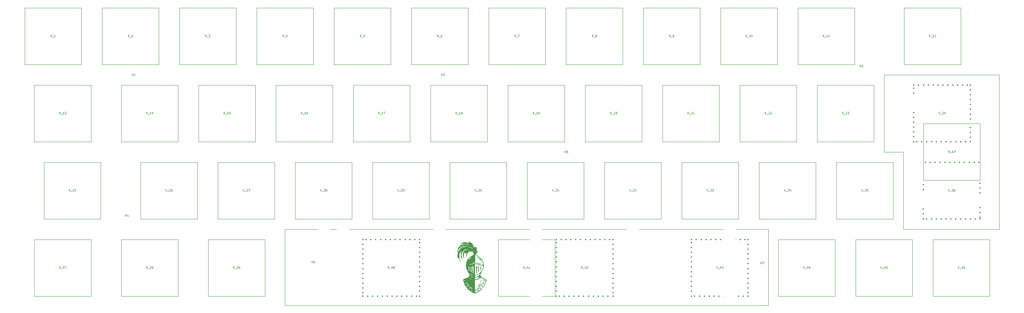
<source format=gbr>
%TF.GenerationSoftware,KiCad,Pcbnew,(7.0.0)*%
%TF.CreationDate,2023-09-24T22:25:07+02:00*%
%TF.ProjectId,vootington,766f6f74-696e-4677-946f-6e2e6b696361,rev?*%
%TF.SameCoordinates,Original*%
%TF.FileFunction,Legend,Top*%
%TF.FilePolarity,Positive*%
%FSLAX46Y46*%
G04 Gerber Fmt 4.6, Leading zero omitted, Abs format (unit mm)*
G04 Created by KiCad (PCBNEW (7.0.0)) date 2023-09-24 22:25:07*
%MOMM*%
%LPD*%
G01*
G04 APERTURE LIST*
%ADD10C,0.120000*%
%ADD11C,0.125000*%
%ADD12C,0.300000*%
%ADD13C,1.700000*%
%ADD14C,2.200000*%
%ADD15C,3.048000*%
%ADD16C,3.987800*%
%ADD17C,3.800000*%
%ADD18C,0.650000*%
%ADD19O,1.000000X1.600000*%
%ADD20O,1.000000X2.100000*%
G04 APERTURE END LIST*
D10*
X241300000Y-50800000D02*
X269684500Y-50800000D01*
X93662500Y-88900000D02*
X212788500Y-88900000D01*
X241300000Y-69850000D02*
X246062500Y-69850000D01*
X246062500Y-69850000D02*
X246062500Y-88900000D01*
X212788500Y-107696000D02*
X93662500Y-107696000D01*
X269684500Y-88900000D02*
X269684500Y-50800000D01*
X246062500Y-88900000D02*
X269684500Y-88900000D01*
X93662500Y-88900000D02*
X93662500Y-107696000D01*
X241300000Y-50800000D02*
X241300000Y-69850000D01*
X212788500Y-107696000D02*
X212788500Y-88900000D01*
D11*
X100246796Y-97244840D02*
X100246796Y-96744840D01*
X100246796Y-96982935D02*
X100532510Y-96982935D01*
X100532510Y-97244840D02*
X100532510Y-96744840D01*
X100984892Y-96744840D02*
X100889654Y-96744840D01*
X100889654Y-96744840D02*
X100842035Y-96768650D01*
X100842035Y-96768650D02*
X100818225Y-96792459D01*
X100818225Y-96792459D02*
X100770606Y-96863888D01*
X100770606Y-96863888D02*
X100746797Y-96959126D01*
X100746797Y-96959126D02*
X100746797Y-97149602D01*
X100746797Y-97149602D02*
X100770606Y-97197221D01*
X100770606Y-97197221D02*
X100794416Y-97221030D01*
X100794416Y-97221030D02*
X100842035Y-97244840D01*
X100842035Y-97244840D02*
X100937273Y-97244840D01*
X100937273Y-97244840D02*
X100984892Y-97221030D01*
X100984892Y-97221030D02*
X101008701Y-97197221D01*
X101008701Y-97197221D02*
X101032511Y-97149602D01*
X101032511Y-97149602D02*
X101032511Y-97030554D01*
X101032511Y-97030554D02*
X101008701Y-96982935D01*
X101008701Y-96982935D02*
X100984892Y-96959126D01*
X100984892Y-96959126D02*
X100937273Y-96935316D01*
X100937273Y-96935316D02*
X100842035Y-96935316D01*
X100842035Y-96935316D02*
X100794416Y-96959126D01*
X100794416Y-96959126D02*
X100770606Y-96982935D01*
X100770606Y-96982935D02*
X100746797Y-97030554D01*
%TO.C,K_31*%
X159539881Y-79558690D02*
X159539881Y-79058690D01*
X159825595Y-79558690D02*
X159611310Y-79272976D01*
X159825595Y-79058690D02*
X159539881Y-79344404D01*
X159920834Y-79606309D02*
X160301786Y-79606309D01*
X160373214Y-79058690D02*
X160682738Y-79058690D01*
X160682738Y-79058690D02*
X160516071Y-79249166D01*
X160516071Y-79249166D02*
X160587500Y-79249166D01*
X160587500Y-79249166D02*
X160635119Y-79272976D01*
X160635119Y-79272976D02*
X160658928Y-79296785D01*
X160658928Y-79296785D02*
X160682738Y-79344404D01*
X160682738Y-79344404D02*
X160682738Y-79463452D01*
X160682738Y-79463452D02*
X160658928Y-79511071D01*
X160658928Y-79511071D02*
X160635119Y-79534880D01*
X160635119Y-79534880D02*
X160587500Y-79558690D01*
X160587500Y-79558690D02*
X160444643Y-79558690D01*
X160444643Y-79558690D02*
X160397024Y-79534880D01*
X160397024Y-79534880D02*
X160373214Y-79511071D01*
X161158928Y-79558690D02*
X160873214Y-79558690D01*
X161016071Y-79558690D02*
X161016071Y-79058690D01*
X161016071Y-79058690D02*
X160968452Y-79130119D01*
X160968452Y-79130119D02*
X160920833Y-79177738D01*
X160920833Y-79177738D02*
X160873214Y-79201547D01*
%TO.C,K_34*%
X216689881Y-79558690D02*
X216689881Y-79058690D01*
X216975595Y-79558690D02*
X216761310Y-79272976D01*
X216975595Y-79058690D02*
X216689881Y-79344404D01*
X217070834Y-79606309D02*
X217451786Y-79606309D01*
X217523214Y-79058690D02*
X217832738Y-79058690D01*
X217832738Y-79058690D02*
X217666071Y-79249166D01*
X217666071Y-79249166D02*
X217737500Y-79249166D01*
X217737500Y-79249166D02*
X217785119Y-79272976D01*
X217785119Y-79272976D02*
X217808928Y-79296785D01*
X217808928Y-79296785D02*
X217832738Y-79344404D01*
X217832738Y-79344404D02*
X217832738Y-79463452D01*
X217832738Y-79463452D02*
X217808928Y-79511071D01*
X217808928Y-79511071D02*
X217785119Y-79534880D01*
X217785119Y-79534880D02*
X217737500Y-79558690D01*
X217737500Y-79558690D02*
X217594643Y-79558690D01*
X217594643Y-79558690D02*
X217547024Y-79534880D01*
X217547024Y-79534880D02*
X217523214Y-79511071D01*
X218261309Y-79225357D02*
X218261309Y-79558690D01*
X218142261Y-79034880D02*
X218023214Y-79392023D01*
X218023214Y-79392023D02*
X218332737Y-79392023D01*
%TO.C,K_25*%
X40477381Y-79558690D02*
X40477381Y-79058690D01*
X40763095Y-79558690D02*
X40548810Y-79272976D01*
X40763095Y-79058690D02*
X40477381Y-79344404D01*
X40858334Y-79606309D02*
X41239286Y-79606309D01*
X41334524Y-79106309D02*
X41358333Y-79082500D01*
X41358333Y-79082500D02*
X41405952Y-79058690D01*
X41405952Y-79058690D02*
X41525000Y-79058690D01*
X41525000Y-79058690D02*
X41572619Y-79082500D01*
X41572619Y-79082500D02*
X41596428Y-79106309D01*
X41596428Y-79106309D02*
X41620238Y-79153928D01*
X41620238Y-79153928D02*
X41620238Y-79201547D01*
X41620238Y-79201547D02*
X41596428Y-79272976D01*
X41596428Y-79272976D02*
X41310714Y-79558690D01*
X41310714Y-79558690D02*
X41620238Y-79558690D01*
X42072618Y-79058690D02*
X41834523Y-79058690D01*
X41834523Y-79058690D02*
X41810714Y-79296785D01*
X41810714Y-79296785D02*
X41834523Y-79272976D01*
X41834523Y-79272976D02*
X41882142Y-79249166D01*
X41882142Y-79249166D02*
X42001190Y-79249166D01*
X42001190Y-79249166D02*
X42048809Y-79272976D01*
X42048809Y-79272976D02*
X42072618Y-79296785D01*
X42072618Y-79296785D02*
X42096428Y-79344404D01*
X42096428Y-79344404D02*
X42096428Y-79463452D01*
X42096428Y-79463452D02*
X42072618Y-79511071D01*
X42072618Y-79511071D02*
X42048809Y-79534880D01*
X42048809Y-79534880D02*
X42001190Y-79558690D01*
X42001190Y-79558690D02*
X41882142Y-79558690D01*
X41882142Y-79558690D02*
X41834523Y-79534880D01*
X41834523Y-79534880D02*
X41810714Y-79511071D01*
%TO.C,K_33*%
X197639881Y-79558690D02*
X197639881Y-79058690D01*
X197925595Y-79558690D02*
X197711310Y-79272976D01*
X197925595Y-79058690D02*
X197639881Y-79344404D01*
X198020834Y-79606309D02*
X198401786Y-79606309D01*
X198473214Y-79058690D02*
X198782738Y-79058690D01*
X198782738Y-79058690D02*
X198616071Y-79249166D01*
X198616071Y-79249166D02*
X198687500Y-79249166D01*
X198687500Y-79249166D02*
X198735119Y-79272976D01*
X198735119Y-79272976D02*
X198758928Y-79296785D01*
X198758928Y-79296785D02*
X198782738Y-79344404D01*
X198782738Y-79344404D02*
X198782738Y-79463452D01*
X198782738Y-79463452D02*
X198758928Y-79511071D01*
X198758928Y-79511071D02*
X198735119Y-79534880D01*
X198735119Y-79534880D02*
X198687500Y-79558690D01*
X198687500Y-79558690D02*
X198544643Y-79558690D01*
X198544643Y-79558690D02*
X198497024Y-79534880D01*
X198497024Y-79534880D02*
X198473214Y-79511071D01*
X198949404Y-79058690D02*
X199258928Y-79058690D01*
X199258928Y-79058690D02*
X199092261Y-79249166D01*
X199092261Y-79249166D02*
X199163690Y-79249166D01*
X199163690Y-79249166D02*
X199211309Y-79272976D01*
X199211309Y-79272976D02*
X199235118Y-79296785D01*
X199235118Y-79296785D02*
X199258928Y-79344404D01*
X199258928Y-79344404D02*
X199258928Y-79463452D01*
X199258928Y-79463452D02*
X199235118Y-79511071D01*
X199235118Y-79511071D02*
X199211309Y-79534880D01*
X199211309Y-79534880D02*
X199163690Y-79558690D01*
X199163690Y-79558690D02*
X199020833Y-79558690D01*
X199020833Y-79558690D02*
X198973214Y-79534880D01*
X198973214Y-79534880D02*
X198949404Y-79511071D01*
%TO.C,K_46*%
X259552381Y-98608690D02*
X259552381Y-98108690D01*
X259838095Y-98608690D02*
X259623810Y-98322976D01*
X259838095Y-98108690D02*
X259552381Y-98394404D01*
X259933334Y-98656309D02*
X260314286Y-98656309D01*
X260647619Y-98275357D02*
X260647619Y-98608690D01*
X260528571Y-98084880D02*
X260409524Y-98442023D01*
X260409524Y-98442023D02*
X260719047Y-98442023D01*
X261123809Y-98108690D02*
X261028571Y-98108690D01*
X261028571Y-98108690D02*
X260980952Y-98132500D01*
X260980952Y-98132500D02*
X260957142Y-98156309D01*
X260957142Y-98156309D02*
X260909523Y-98227738D01*
X260909523Y-98227738D02*
X260885714Y-98322976D01*
X260885714Y-98322976D02*
X260885714Y-98513452D01*
X260885714Y-98513452D02*
X260909523Y-98561071D01*
X260909523Y-98561071D02*
X260933333Y-98584880D01*
X260933333Y-98584880D02*
X260980952Y-98608690D01*
X260980952Y-98608690D02*
X261076190Y-98608690D01*
X261076190Y-98608690D02*
X261123809Y-98584880D01*
X261123809Y-98584880D02*
X261147618Y-98561071D01*
X261147618Y-98561071D02*
X261171428Y-98513452D01*
X261171428Y-98513452D02*
X261171428Y-98394404D01*
X261171428Y-98394404D02*
X261147618Y-98346785D01*
X261147618Y-98346785D02*
X261123809Y-98322976D01*
X261123809Y-98322976D02*
X261076190Y-98299166D01*
X261076190Y-98299166D02*
X260980952Y-98299166D01*
X260980952Y-98299166D02*
X260933333Y-98322976D01*
X260933333Y-98322976D02*
X260909523Y-98346785D01*
X260909523Y-98346785D02*
X260885714Y-98394404D01*
%TO.C,K_30*%
X140489881Y-79558690D02*
X140489881Y-79058690D01*
X140775595Y-79558690D02*
X140561310Y-79272976D01*
X140775595Y-79058690D02*
X140489881Y-79344404D01*
X140870834Y-79606309D02*
X141251786Y-79606309D01*
X141323214Y-79058690D02*
X141632738Y-79058690D01*
X141632738Y-79058690D02*
X141466071Y-79249166D01*
X141466071Y-79249166D02*
X141537500Y-79249166D01*
X141537500Y-79249166D02*
X141585119Y-79272976D01*
X141585119Y-79272976D02*
X141608928Y-79296785D01*
X141608928Y-79296785D02*
X141632738Y-79344404D01*
X141632738Y-79344404D02*
X141632738Y-79463452D01*
X141632738Y-79463452D02*
X141608928Y-79511071D01*
X141608928Y-79511071D02*
X141585119Y-79534880D01*
X141585119Y-79534880D02*
X141537500Y-79558690D01*
X141537500Y-79558690D02*
X141394643Y-79558690D01*
X141394643Y-79558690D02*
X141347024Y-79534880D01*
X141347024Y-79534880D02*
X141323214Y-79511071D01*
X141942261Y-79058690D02*
X141989880Y-79058690D01*
X141989880Y-79058690D02*
X142037499Y-79082500D01*
X142037499Y-79082500D02*
X142061309Y-79106309D01*
X142061309Y-79106309D02*
X142085118Y-79153928D01*
X142085118Y-79153928D02*
X142108928Y-79249166D01*
X142108928Y-79249166D02*
X142108928Y-79368214D01*
X142108928Y-79368214D02*
X142085118Y-79463452D01*
X142085118Y-79463452D02*
X142061309Y-79511071D01*
X142061309Y-79511071D02*
X142037499Y-79534880D01*
X142037499Y-79534880D02*
X141989880Y-79558690D01*
X141989880Y-79558690D02*
X141942261Y-79558690D01*
X141942261Y-79558690D02*
X141894642Y-79534880D01*
X141894642Y-79534880D02*
X141870833Y-79511071D01*
X141870833Y-79511071D02*
X141847023Y-79463452D01*
X141847023Y-79463452D02*
X141823214Y-79368214D01*
X141823214Y-79368214D02*
X141823214Y-79249166D01*
X141823214Y-79249166D02*
X141847023Y-79153928D01*
X141847023Y-79153928D02*
X141870833Y-79106309D01*
X141870833Y-79106309D02*
X141894642Y-79082500D01*
X141894642Y-79082500D02*
X141942261Y-79058690D01*
%TO.C,K_10*%
X207164881Y-41458690D02*
X207164881Y-40958690D01*
X207450595Y-41458690D02*
X207236310Y-41172976D01*
X207450595Y-40958690D02*
X207164881Y-41244404D01*
X207545834Y-41506309D02*
X207926786Y-41506309D01*
X208307738Y-41458690D02*
X208022024Y-41458690D01*
X208164881Y-41458690D02*
X208164881Y-40958690D01*
X208164881Y-40958690D02*
X208117262Y-41030119D01*
X208117262Y-41030119D02*
X208069643Y-41077738D01*
X208069643Y-41077738D02*
X208022024Y-41101547D01*
X208617261Y-40958690D02*
X208664880Y-40958690D01*
X208664880Y-40958690D02*
X208712499Y-40982500D01*
X208712499Y-40982500D02*
X208736309Y-41006309D01*
X208736309Y-41006309D02*
X208760118Y-41053928D01*
X208760118Y-41053928D02*
X208783928Y-41149166D01*
X208783928Y-41149166D02*
X208783928Y-41268214D01*
X208783928Y-41268214D02*
X208760118Y-41363452D01*
X208760118Y-41363452D02*
X208736309Y-41411071D01*
X208736309Y-41411071D02*
X208712499Y-41434880D01*
X208712499Y-41434880D02*
X208664880Y-41458690D01*
X208664880Y-41458690D02*
X208617261Y-41458690D01*
X208617261Y-41458690D02*
X208569642Y-41434880D01*
X208569642Y-41434880D02*
X208545833Y-41411071D01*
X208545833Y-41411071D02*
X208522023Y-41363452D01*
X208522023Y-41363452D02*
X208498214Y-41268214D01*
X208498214Y-41268214D02*
X208498214Y-41149166D01*
X208498214Y-41149166D02*
X208522023Y-41053928D01*
X208522023Y-41053928D02*
X208545833Y-41006309D01*
X208545833Y-41006309D02*
X208569642Y-40982500D01*
X208569642Y-40982500D02*
X208617261Y-40958690D01*
%TO.C,K_20*%
X173827381Y-60508690D02*
X173827381Y-60008690D01*
X174113095Y-60508690D02*
X173898810Y-60222976D01*
X174113095Y-60008690D02*
X173827381Y-60294404D01*
X174208334Y-60556309D02*
X174589286Y-60556309D01*
X174684524Y-60056309D02*
X174708333Y-60032500D01*
X174708333Y-60032500D02*
X174755952Y-60008690D01*
X174755952Y-60008690D02*
X174875000Y-60008690D01*
X174875000Y-60008690D02*
X174922619Y-60032500D01*
X174922619Y-60032500D02*
X174946428Y-60056309D01*
X174946428Y-60056309D02*
X174970238Y-60103928D01*
X174970238Y-60103928D02*
X174970238Y-60151547D01*
X174970238Y-60151547D02*
X174946428Y-60222976D01*
X174946428Y-60222976D02*
X174660714Y-60508690D01*
X174660714Y-60508690D02*
X174970238Y-60508690D01*
X175279761Y-60008690D02*
X175327380Y-60008690D01*
X175327380Y-60008690D02*
X175374999Y-60032500D01*
X175374999Y-60032500D02*
X175398809Y-60056309D01*
X175398809Y-60056309D02*
X175422618Y-60103928D01*
X175422618Y-60103928D02*
X175446428Y-60199166D01*
X175446428Y-60199166D02*
X175446428Y-60318214D01*
X175446428Y-60318214D02*
X175422618Y-60413452D01*
X175422618Y-60413452D02*
X175398809Y-60461071D01*
X175398809Y-60461071D02*
X175374999Y-60484880D01*
X175374999Y-60484880D02*
X175327380Y-60508690D01*
X175327380Y-60508690D02*
X175279761Y-60508690D01*
X175279761Y-60508690D02*
X175232142Y-60484880D01*
X175232142Y-60484880D02*
X175208333Y-60461071D01*
X175208333Y-60461071D02*
X175184523Y-60413452D01*
X175184523Y-60413452D02*
X175160714Y-60318214D01*
X175160714Y-60318214D02*
X175160714Y-60199166D01*
X175160714Y-60199166D02*
X175184523Y-60103928D01*
X175184523Y-60103928D02*
X175208333Y-60056309D01*
X175208333Y-60056309D02*
X175232142Y-60032500D01*
X175232142Y-60032500D02*
X175279761Y-60008690D01*
%TO.C,K_28*%
X102389881Y-79558690D02*
X102389881Y-79058690D01*
X102675595Y-79558690D02*
X102461310Y-79272976D01*
X102675595Y-79058690D02*
X102389881Y-79344404D01*
X102770834Y-79606309D02*
X103151786Y-79606309D01*
X103247024Y-79106309D02*
X103270833Y-79082500D01*
X103270833Y-79082500D02*
X103318452Y-79058690D01*
X103318452Y-79058690D02*
X103437500Y-79058690D01*
X103437500Y-79058690D02*
X103485119Y-79082500D01*
X103485119Y-79082500D02*
X103508928Y-79106309D01*
X103508928Y-79106309D02*
X103532738Y-79153928D01*
X103532738Y-79153928D02*
X103532738Y-79201547D01*
X103532738Y-79201547D02*
X103508928Y-79272976D01*
X103508928Y-79272976D02*
X103223214Y-79558690D01*
X103223214Y-79558690D02*
X103532738Y-79558690D01*
X103818452Y-79272976D02*
X103770833Y-79249166D01*
X103770833Y-79249166D02*
X103747023Y-79225357D01*
X103747023Y-79225357D02*
X103723214Y-79177738D01*
X103723214Y-79177738D02*
X103723214Y-79153928D01*
X103723214Y-79153928D02*
X103747023Y-79106309D01*
X103747023Y-79106309D02*
X103770833Y-79082500D01*
X103770833Y-79082500D02*
X103818452Y-79058690D01*
X103818452Y-79058690D02*
X103913690Y-79058690D01*
X103913690Y-79058690D02*
X103961309Y-79082500D01*
X103961309Y-79082500D02*
X103985118Y-79106309D01*
X103985118Y-79106309D02*
X104008928Y-79153928D01*
X104008928Y-79153928D02*
X104008928Y-79177738D01*
X104008928Y-79177738D02*
X103985118Y-79225357D01*
X103985118Y-79225357D02*
X103961309Y-79249166D01*
X103961309Y-79249166D02*
X103913690Y-79272976D01*
X103913690Y-79272976D02*
X103818452Y-79272976D01*
X103818452Y-79272976D02*
X103770833Y-79296785D01*
X103770833Y-79296785D02*
X103747023Y-79320595D01*
X103747023Y-79320595D02*
X103723214Y-79368214D01*
X103723214Y-79368214D02*
X103723214Y-79463452D01*
X103723214Y-79463452D02*
X103747023Y-79511071D01*
X103747023Y-79511071D02*
X103770833Y-79534880D01*
X103770833Y-79534880D02*
X103818452Y-79558690D01*
X103818452Y-79558690D02*
X103913690Y-79558690D01*
X103913690Y-79558690D02*
X103961309Y-79534880D01*
X103961309Y-79534880D02*
X103985118Y-79511071D01*
X103985118Y-79511071D02*
X104008928Y-79463452D01*
X104008928Y-79463452D02*
X104008928Y-79368214D01*
X104008928Y-79368214D02*
X103985118Y-79320595D01*
X103985118Y-79320595D02*
X103961309Y-79296785D01*
X103961309Y-79296785D02*
X103913690Y-79272976D01*
%TO.C,K_16*%
X97627381Y-60508690D02*
X97627381Y-60008690D01*
X97913095Y-60508690D02*
X97698810Y-60222976D01*
X97913095Y-60008690D02*
X97627381Y-60294404D01*
X98008334Y-60556309D02*
X98389286Y-60556309D01*
X98770238Y-60508690D02*
X98484524Y-60508690D01*
X98627381Y-60508690D02*
X98627381Y-60008690D01*
X98627381Y-60008690D02*
X98579762Y-60080119D01*
X98579762Y-60080119D02*
X98532143Y-60127738D01*
X98532143Y-60127738D02*
X98484524Y-60151547D01*
X99198809Y-60008690D02*
X99103571Y-60008690D01*
X99103571Y-60008690D02*
X99055952Y-60032500D01*
X99055952Y-60032500D02*
X99032142Y-60056309D01*
X99032142Y-60056309D02*
X98984523Y-60127738D01*
X98984523Y-60127738D02*
X98960714Y-60222976D01*
X98960714Y-60222976D02*
X98960714Y-60413452D01*
X98960714Y-60413452D02*
X98984523Y-60461071D01*
X98984523Y-60461071D02*
X99008333Y-60484880D01*
X99008333Y-60484880D02*
X99055952Y-60508690D01*
X99055952Y-60508690D02*
X99151190Y-60508690D01*
X99151190Y-60508690D02*
X99198809Y-60484880D01*
X99198809Y-60484880D02*
X99222618Y-60461071D01*
X99222618Y-60461071D02*
X99246428Y-60413452D01*
X99246428Y-60413452D02*
X99246428Y-60294404D01*
X99246428Y-60294404D02*
X99222618Y-60246785D01*
X99222618Y-60246785D02*
X99198809Y-60222976D01*
X99198809Y-60222976D02*
X99151190Y-60199166D01*
X99151190Y-60199166D02*
X99055952Y-60199166D01*
X99055952Y-60199166D02*
X99008333Y-60222976D01*
X99008333Y-60222976D02*
X98984523Y-60246785D01*
X98984523Y-60246785D02*
X98960714Y-60294404D01*
%TO.C,K_45*%
X240502381Y-98608690D02*
X240502381Y-98108690D01*
X240788095Y-98608690D02*
X240573810Y-98322976D01*
X240788095Y-98108690D02*
X240502381Y-98394404D01*
X240883334Y-98656309D02*
X241264286Y-98656309D01*
X241597619Y-98275357D02*
X241597619Y-98608690D01*
X241478571Y-98084880D02*
X241359524Y-98442023D01*
X241359524Y-98442023D02*
X241669047Y-98442023D01*
X242097618Y-98108690D02*
X241859523Y-98108690D01*
X241859523Y-98108690D02*
X241835714Y-98346785D01*
X241835714Y-98346785D02*
X241859523Y-98322976D01*
X241859523Y-98322976D02*
X241907142Y-98299166D01*
X241907142Y-98299166D02*
X242026190Y-98299166D01*
X242026190Y-98299166D02*
X242073809Y-98322976D01*
X242073809Y-98322976D02*
X242097618Y-98346785D01*
X242097618Y-98346785D02*
X242121428Y-98394404D01*
X242121428Y-98394404D02*
X242121428Y-98513452D01*
X242121428Y-98513452D02*
X242097618Y-98561071D01*
X242097618Y-98561071D02*
X242073809Y-98584880D01*
X242073809Y-98584880D02*
X242026190Y-98608690D01*
X242026190Y-98608690D02*
X241907142Y-98608690D01*
X241907142Y-98608690D02*
X241859523Y-98584880D01*
X241859523Y-98584880D02*
X241835714Y-98561071D01*
%TO.C,K_39*%
X80958631Y-98608690D02*
X80958631Y-98108690D01*
X81244345Y-98608690D02*
X81030060Y-98322976D01*
X81244345Y-98108690D02*
X80958631Y-98394404D01*
X81339584Y-98656309D02*
X81720536Y-98656309D01*
X81791964Y-98108690D02*
X82101488Y-98108690D01*
X82101488Y-98108690D02*
X81934821Y-98299166D01*
X81934821Y-98299166D02*
X82006250Y-98299166D01*
X82006250Y-98299166D02*
X82053869Y-98322976D01*
X82053869Y-98322976D02*
X82077678Y-98346785D01*
X82077678Y-98346785D02*
X82101488Y-98394404D01*
X82101488Y-98394404D02*
X82101488Y-98513452D01*
X82101488Y-98513452D02*
X82077678Y-98561071D01*
X82077678Y-98561071D02*
X82053869Y-98584880D01*
X82053869Y-98584880D02*
X82006250Y-98608690D01*
X82006250Y-98608690D02*
X81863393Y-98608690D01*
X81863393Y-98608690D02*
X81815774Y-98584880D01*
X81815774Y-98584880D02*
X81791964Y-98561071D01*
X82339583Y-98608690D02*
X82434821Y-98608690D01*
X82434821Y-98608690D02*
X82482440Y-98584880D01*
X82482440Y-98584880D02*
X82506249Y-98561071D01*
X82506249Y-98561071D02*
X82553868Y-98489642D01*
X82553868Y-98489642D02*
X82577678Y-98394404D01*
X82577678Y-98394404D02*
X82577678Y-98203928D01*
X82577678Y-98203928D02*
X82553868Y-98156309D01*
X82553868Y-98156309D02*
X82530059Y-98132500D01*
X82530059Y-98132500D02*
X82482440Y-98108690D01*
X82482440Y-98108690D02*
X82387202Y-98108690D01*
X82387202Y-98108690D02*
X82339583Y-98132500D01*
X82339583Y-98132500D02*
X82315773Y-98156309D01*
X82315773Y-98156309D02*
X82291964Y-98203928D01*
X82291964Y-98203928D02*
X82291964Y-98322976D01*
X82291964Y-98322976D02*
X82315773Y-98370595D01*
X82315773Y-98370595D02*
X82339583Y-98394404D01*
X82339583Y-98394404D02*
X82387202Y-98418214D01*
X82387202Y-98418214D02*
X82482440Y-98418214D01*
X82482440Y-98418214D02*
X82530059Y-98394404D01*
X82530059Y-98394404D02*
X82553868Y-98370595D01*
X82553868Y-98370595D02*
X82577678Y-98322976D01*
%TO.C,K_15*%
X78577381Y-60508690D02*
X78577381Y-60008690D01*
X78863095Y-60508690D02*
X78648810Y-60222976D01*
X78863095Y-60008690D02*
X78577381Y-60294404D01*
X78958334Y-60556309D02*
X79339286Y-60556309D01*
X79720238Y-60508690D02*
X79434524Y-60508690D01*
X79577381Y-60508690D02*
X79577381Y-60008690D01*
X79577381Y-60008690D02*
X79529762Y-60080119D01*
X79529762Y-60080119D02*
X79482143Y-60127738D01*
X79482143Y-60127738D02*
X79434524Y-60151547D01*
X80172618Y-60008690D02*
X79934523Y-60008690D01*
X79934523Y-60008690D02*
X79910714Y-60246785D01*
X79910714Y-60246785D02*
X79934523Y-60222976D01*
X79934523Y-60222976D02*
X79982142Y-60199166D01*
X79982142Y-60199166D02*
X80101190Y-60199166D01*
X80101190Y-60199166D02*
X80148809Y-60222976D01*
X80148809Y-60222976D02*
X80172618Y-60246785D01*
X80172618Y-60246785D02*
X80196428Y-60294404D01*
X80196428Y-60294404D02*
X80196428Y-60413452D01*
X80196428Y-60413452D02*
X80172618Y-60461071D01*
X80172618Y-60461071D02*
X80148809Y-60484880D01*
X80148809Y-60484880D02*
X80101190Y-60508690D01*
X80101190Y-60508690D02*
X79982142Y-60508690D01*
X79982142Y-60508690D02*
X79934523Y-60484880D01*
X79934523Y-60484880D02*
X79910714Y-60461071D01*
%TO.C,H4*%
X54263738Y-85764367D02*
X54263738Y-85264367D01*
X54263738Y-85502462D02*
X54549452Y-85502462D01*
X54549452Y-85764367D02*
X54549452Y-85264367D01*
X55001834Y-85431034D02*
X55001834Y-85764367D01*
X54882786Y-85240557D02*
X54763739Y-85597700D01*
X54763739Y-85597700D02*
X55073262Y-85597700D01*
%TO.C,K_26*%
X64289881Y-79558690D02*
X64289881Y-79058690D01*
X64575595Y-79558690D02*
X64361310Y-79272976D01*
X64575595Y-79058690D02*
X64289881Y-79344404D01*
X64670834Y-79606309D02*
X65051786Y-79606309D01*
X65147024Y-79106309D02*
X65170833Y-79082500D01*
X65170833Y-79082500D02*
X65218452Y-79058690D01*
X65218452Y-79058690D02*
X65337500Y-79058690D01*
X65337500Y-79058690D02*
X65385119Y-79082500D01*
X65385119Y-79082500D02*
X65408928Y-79106309D01*
X65408928Y-79106309D02*
X65432738Y-79153928D01*
X65432738Y-79153928D02*
X65432738Y-79201547D01*
X65432738Y-79201547D02*
X65408928Y-79272976D01*
X65408928Y-79272976D02*
X65123214Y-79558690D01*
X65123214Y-79558690D02*
X65432738Y-79558690D01*
X65861309Y-79058690D02*
X65766071Y-79058690D01*
X65766071Y-79058690D02*
X65718452Y-79082500D01*
X65718452Y-79082500D02*
X65694642Y-79106309D01*
X65694642Y-79106309D02*
X65647023Y-79177738D01*
X65647023Y-79177738D02*
X65623214Y-79272976D01*
X65623214Y-79272976D02*
X65623214Y-79463452D01*
X65623214Y-79463452D02*
X65647023Y-79511071D01*
X65647023Y-79511071D02*
X65670833Y-79534880D01*
X65670833Y-79534880D02*
X65718452Y-79558690D01*
X65718452Y-79558690D02*
X65813690Y-79558690D01*
X65813690Y-79558690D02*
X65861309Y-79534880D01*
X65861309Y-79534880D02*
X65885118Y-79511071D01*
X65885118Y-79511071D02*
X65908928Y-79463452D01*
X65908928Y-79463452D02*
X65908928Y-79344404D01*
X65908928Y-79344404D02*
X65885118Y-79296785D01*
X65885118Y-79296785D02*
X65861309Y-79272976D01*
X65861309Y-79272976D02*
X65813690Y-79249166D01*
X65813690Y-79249166D02*
X65718452Y-79249166D01*
X65718452Y-79249166D02*
X65670833Y-79272976D01*
X65670833Y-79272976D02*
X65647023Y-79296785D01*
X65647023Y-79296785D02*
X65623214Y-79344404D01*
%TO.C,K_35*%
X235739881Y-79558690D02*
X235739881Y-79058690D01*
X236025595Y-79558690D02*
X235811310Y-79272976D01*
X236025595Y-79058690D02*
X235739881Y-79344404D01*
X236120834Y-79606309D02*
X236501786Y-79606309D01*
X236573214Y-79058690D02*
X236882738Y-79058690D01*
X236882738Y-79058690D02*
X236716071Y-79249166D01*
X236716071Y-79249166D02*
X236787500Y-79249166D01*
X236787500Y-79249166D02*
X236835119Y-79272976D01*
X236835119Y-79272976D02*
X236858928Y-79296785D01*
X236858928Y-79296785D02*
X236882738Y-79344404D01*
X236882738Y-79344404D02*
X236882738Y-79463452D01*
X236882738Y-79463452D02*
X236858928Y-79511071D01*
X236858928Y-79511071D02*
X236835119Y-79534880D01*
X236835119Y-79534880D02*
X236787500Y-79558690D01*
X236787500Y-79558690D02*
X236644643Y-79558690D01*
X236644643Y-79558690D02*
X236597024Y-79534880D01*
X236597024Y-79534880D02*
X236573214Y-79511071D01*
X237335118Y-79058690D02*
X237097023Y-79058690D01*
X237097023Y-79058690D02*
X237073214Y-79296785D01*
X237073214Y-79296785D02*
X237097023Y-79272976D01*
X237097023Y-79272976D02*
X237144642Y-79249166D01*
X237144642Y-79249166D02*
X237263690Y-79249166D01*
X237263690Y-79249166D02*
X237311309Y-79272976D01*
X237311309Y-79272976D02*
X237335118Y-79296785D01*
X237335118Y-79296785D02*
X237358928Y-79344404D01*
X237358928Y-79344404D02*
X237358928Y-79463452D01*
X237358928Y-79463452D02*
X237335118Y-79511071D01*
X237335118Y-79511071D02*
X237311309Y-79534880D01*
X237311309Y-79534880D02*
X237263690Y-79558690D01*
X237263690Y-79558690D02*
X237144642Y-79558690D01*
X237144642Y-79558690D02*
X237097023Y-79534880D01*
X237097023Y-79534880D02*
X237073214Y-79511071D01*
%TO.C,K_17*%
X116677381Y-60508690D02*
X116677381Y-60008690D01*
X116963095Y-60508690D02*
X116748810Y-60222976D01*
X116963095Y-60008690D02*
X116677381Y-60294404D01*
X117058334Y-60556309D02*
X117439286Y-60556309D01*
X117820238Y-60508690D02*
X117534524Y-60508690D01*
X117677381Y-60508690D02*
X117677381Y-60008690D01*
X117677381Y-60008690D02*
X117629762Y-60080119D01*
X117629762Y-60080119D02*
X117582143Y-60127738D01*
X117582143Y-60127738D02*
X117534524Y-60151547D01*
X117986904Y-60008690D02*
X118320237Y-60008690D01*
X118320237Y-60008690D02*
X118105952Y-60508690D01*
%TO.C,K_23*%
X230977381Y-60508690D02*
X230977381Y-60008690D01*
X231263095Y-60508690D02*
X231048810Y-60222976D01*
X231263095Y-60008690D02*
X230977381Y-60294404D01*
X231358334Y-60556309D02*
X231739286Y-60556309D01*
X231834524Y-60056309D02*
X231858333Y-60032500D01*
X231858333Y-60032500D02*
X231905952Y-60008690D01*
X231905952Y-60008690D02*
X232025000Y-60008690D01*
X232025000Y-60008690D02*
X232072619Y-60032500D01*
X232072619Y-60032500D02*
X232096428Y-60056309D01*
X232096428Y-60056309D02*
X232120238Y-60103928D01*
X232120238Y-60103928D02*
X232120238Y-60151547D01*
X232120238Y-60151547D02*
X232096428Y-60222976D01*
X232096428Y-60222976D02*
X231810714Y-60508690D01*
X231810714Y-60508690D02*
X232120238Y-60508690D01*
X232286904Y-60008690D02*
X232596428Y-60008690D01*
X232596428Y-60008690D02*
X232429761Y-60199166D01*
X232429761Y-60199166D02*
X232501190Y-60199166D01*
X232501190Y-60199166D02*
X232548809Y-60222976D01*
X232548809Y-60222976D02*
X232572618Y-60246785D01*
X232572618Y-60246785D02*
X232596428Y-60294404D01*
X232596428Y-60294404D02*
X232596428Y-60413452D01*
X232596428Y-60413452D02*
X232572618Y-60461071D01*
X232572618Y-60461071D02*
X232548809Y-60484880D01*
X232548809Y-60484880D02*
X232501190Y-60508690D01*
X232501190Y-60508690D02*
X232358333Y-60508690D01*
X232358333Y-60508690D02*
X232310714Y-60484880D01*
X232310714Y-60484880D02*
X232286904Y-60461071D01*
%TO.C,K_3*%
X74052976Y-41458690D02*
X74052976Y-40958690D01*
X74338690Y-41458690D02*
X74124405Y-41172976D01*
X74338690Y-40958690D02*
X74052976Y-41244404D01*
X74433929Y-41506309D02*
X74814881Y-41506309D01*
X74886309Y-40958690D02*
X75195833Y-40958690D01*
X75195833Y-40958690D02*
X75029166Y-41149166D01*
X75029166Y-41149166D02*
X75100595Y-41149166D01*
X75100595Y-41149166D02*
X75148214Y-41172976D01*
X75148214Y-41172976D02*
X75172023Y-41196785D01*
X75172023Y-41196785D02*
X75195833Y-41244404D01*
X75195833Y-41244404D02*
X75195833Y-41363452D01*
X75195833Y-41363452D02*
X75172023Y-41411071D01*
X75172023Y-41411071D02*
X75148214Y-41434880D01*
X75148214Y-41434880D02*
X75100595Y-41458690D01*
X75100595Y-41458690D02*
X74957738Y-41458690D01*
X74957738Y-41458690D02*
X74910119Y-41434880D01*
X74910119Y-41434880D02*
X74886309Y-41411071D01*
%TO.C,K_32*%
X178589881Y-79558690D02*
X178589881Y-79058690D01*
X178875595Y-79558690D02*
X178661310Y-79272976D01*
X178875595Y-79058690D02*
X178589881Y-79344404D01*
X178970834Y-79606309D02*
X179351786Y-79606309D01*
X179423214Y-79058690D02*
X179732738Y-79058690D01*
X179732738Y-79058690D02*
X179566071Y-79249166D01*
X179566071Y-79249166D02*
X179637500Y-79249166D01*
X179637500Y-79249166D02*
X179685119Y-79272976D01*
X179685119Y-79272976D02*
X179708928Y-79296785D01*
X179708928Y-79296785D02*
X179732738Y-79344404D01*
X179732738Y-79344404D02*
X179732738Y-79463452D01*
X179732738Y-79463452D02*
X179708928Y-79511071D01*
X179708928Y-79511071D02*
X179685119Y-79534880D01*
X179685119Y-79534880D02*
X179637500Y-79558690D01*
X179637500Y-79558690D02*
X179494643Y-79558690D01*
X179494643Y-79558690D02*
X179447024Y-79534880D01*
X179447024Y-79534880D02*
X179423214Y-79511071D01*
X179923214Y-79106309D02*
X179947023Y-79082500D01*
X179947023Y-79082500D02*
X179994642Y-79058690D01*
X179994642Y-79058690D02*
X180113690Y-79058690D01*
X180113690Y-79058690D02*
X180161309Y-79082500D01*
X180161309Y-79082500D02*
X180185118Y-79106309D01*
X180185118Y-79106309D02*
X180208928Y-79153928D01*
X180208928Y-79153928D02*
X180208928Y-79201547D01*
X180208928Y-79201547D02*
X180185118Y-79272976D01*
X180185118Y-79272976D02*
X179899404Y-79558690D01*
X179899404Y-79558690D02*
X180208928Y-79558690D01*
%TO.C,K_37*%
X38096131Y-98608690D02*
X38096131Y-98108690D01*
X38381845Y-98608690D02*
X38167560Y-98322976D01*
X38381845Y-98108690D02*
X38096131Y-98394404D01*
X38477084Y-98656309D02*
X38858036Y-98656309D01*
X38929464Y-98108690D02*
X39238988Y-98108690D01*
X39238988Y-98108690D02*
X39072321Y-98299166D01*
X39072321Y-98299166D02*
X39143750Y-98299166D01*
X39143750Y-98299166D02*
X39191369Y-98322976D01*
X39191369Y-98322976D02*
X39215178Y-98346785D01*
X39215178Y-98346785D02*
X39238988Y-98394404D01*
X39238988Y-98394404D02*
X39238988Y-98513452D01*
X39238988Y-98513452D02*
X39215178Y-98561071D01*
X39215178Y-98561071D02*
X39191369Y-98584880D01*
X39191369Y-98584880D02*
X39143750Y-98608690D01*
X39143750Y-98608690D02*
X39000893Y-98608690D01*
X39000893Y-98608690D02*
X38953274Y-98584880D01*
X38953274Y-98584880D02*
X38929464Y-98561071D01*
X39405654Y-98108690D02*
X39738987Y-98108690D01*
X39738987Y-98108690D02*
X39524702Y-98608690D01*
%TO.C,K_12*%
X252408631Y-41458690D02*
X252408631Y-40958690D01*
X252694345Y-41458690D02*
X252480060Y-41172976D01*
X252694345Y-40958690D02*
X252408631Y-41244404D01*
X252789584Y-41506309D02*
X253170536Y-41506309D01*
X253551488Y-41458690D02*
X253265774Y-41458690D01*
X253408631Y-41458690D02*
X253408631Y-40958690D01*
X253408631Y-40958690D02*
X253361012Y-41030119D01*
X253361012Y-41030119D02*
X253313393Y-41077738D01*
X253313393Y-41077738D02*
X253265774Y-41101547D01*
X253741964Y-41006309D02*
X253765773Y-40982500D01*
X253765773Y-40982500D02*
X253813392Y-40958690D01*
X253813392Y-40958690D02*
X253932440Y-40958690D01*
X253932440Y-40958690D02*
X253980059Y-40982500D01*
X253980059Y-40982500D02*
X254003868Y-41006309D01*
X254003868Y-41006309D02*
X254027678Y-41053928D01*
X254027678Y-41053928D02*
X254027678Y-41101547D01*
X254027678Y-41101547D02*
X254003868Y-41172976D01*
X254003868Y-41172976D02*
X253718154Y-41458690D01*
X253718154Y-41458690D02*
X254027678Y-41458690D01*
%TO.C,K_4*%
X93102976Y-41458690D02*
X93102976Y-40958690D01*
X93388690Y-41458690D02*
X93174405Y-41172976D01*
X93388690Y-40958690D02*
X93102976Y-41244404D01*
X93483929Y-41506309D02*
X93864881Y-41506309D01*
X94198214Y-41125357D02*
X94198214Y-41458690D01*
X94079166Y-40934880D02*
X93960119Y-41292023D01*
X93960119Y-41292023D02*
X94269642Y-41292023D01*
%TO.C,K_27*%
X83339881Y-79558690D02*
X83339881Y-79058690D01*
X83625595Y-79558690D02*
X83411310Y-79272976D01*
X83625595Y-79058690D02*
X83339881Y-79344404D01*
X83720834Y-79606309D02*
X84101786Y-79606309D01*
X84197024Y-79106309D02*
X84220833Y-79082500D01*
X84220833Y-79082500D02*
X84268452Y-79058690D01*
X84268452Y-79058690D02*
X84387500Y-79058690D01*
X84387500Y-79058690D02*
X84435119Y-79082500D01*
X84435119Y-79082500D02*
X84458928Y-79106309D01*
X84458928Y-79106309D02*
X84482738Y-79153928D01*
X84482738Y-79153928D02*
X84482738Y-79201547D01*
X84482738Y-79201547D02*
X84458928Y-79272976D01*
X84458928Y-79272976D02*
X84173214Y-79558690D01*
X84173214Y-79558690D02*
X84482738Y-79558690D01*
X84649404Y-79058690D02*
X84982737Y-79058690D01*
X84982737Y-79058690D02*
X84768452Y-79558690D01*
%TO.C,K_8*%
X169302976Y-41458690D02*
X169302976Y-40958690D01*
X169588690Y-41458690D02*
X169374405Y-41172976D01*
X169588690Y-40958690D02*
X169302976Y-41244404D01*
X169683929Y-41506309D02*
X170064881Y-41506309D01*
X170255357Y-41172976D02*
X170207738Y-41149166D01*
X170207738Y-41149166D02*
X170183928Y-41125357D01*
X170183928Y-41125357D02*
X170160119Y-41077738D01*
X170160119Y-41077738D02*
X170160119Y-41053928D01*
X170160119Y-41053928D02*
X170183928Y-41006309D01*
X170183928Y-41006309D02*
X170207738Y-40982500D01*
X170207738Y-40982500D02*
X170255357Y-40958690D01*
X170255357Y-40958690D02*
X170350595Y-40958690D01*
X170350595Y-40958690D02*
X170398214Y-40982500D01*
X170398214Y-40982500D02*
X170422023Y-41006309D01*
X170422023Y-41006309D02*
X170445833Y-41053928D01*
X170445833Y-41053928D02*
X170445833Y-41077738D01*
X170445833Y-41077738D02*
X170422023Y-41125357D01*
X170422023Y-41125357D02*
X170398214Y-41149166D01*
X170398214Y-41149166D02*
X170350595Y-41172976D01*
X170350595Y-41172976D02*
X170255357Y-41172976D01*
X170255357Y-41172976D02*
X170207738Y-41196785D01*
X170207738Y-41196785D02*
X170183928Y-41220595D01*
X170183928Y-41220595D02*
X170160119Y-41268214D01*
X170160119Y-41268214D02*
X170160119Y-41363452D01*
X170160119Y-41363452D02*
X170183928Y-41411071D01*
X170183928Y-41411071D02*
X170207738Y-41434880D01*
X170207738Y-41434880D02*
X170255357Y-41458690D01*
X170255357Y-41458690D02*
X170350595Y-41458690D01*
X170350595Y-41458690D02*
X170398214Y-41434880D01*
X170398214Y-41434880D02*
X170422023Y-41411071D01*
X170422023Y-41411071D02*
X170445833Y-41363452D01*
X170445833Y-41363452D02*
X170445833Y-41268214D01*
X170445833Y-41268214D02*
X170422023Y-41220595D01*
X170422023Y-41220595D02*
X170398214Y-41196785D01*
X170398214Y-41196785D02*
X170350595Y-41172976D01*
%TO.C,K_1*%
X35952976Y-41458690D02*
X35952976Y-40958690D01*
X36238690Y-41458690D02*
X36024405Y-41172976D01*
X36238690Y-40958690D02*
X35952976Y-41244404D01*
X36333929Y-41506309D02*
X36714881Y-41506309D01*
X37095833Y-41458690D02*
X36810119Y-41458690D01*
X36952976Y-41458690D02*
X36952976Y-40958690D01*
X36952976Y-40958690D02*
X36905357Y-41030119D01*
X36905357Y-41030119D02*
X36857738Y-41077738D01*
X36857738Y-41077738D02*
X36810119Y-41101547D01*
%TO.C,H7*%
X210860917Y-97486918D02*
X210860917Y-96986918D01*
X210860917Y-97225013D02*
X211146631Y-97225013D01*
X211146631Y-97486918D02*
X211146631Y-96986918D01*
X211337108Y-96986918D02*
X211670441Y-96986918D01*
X211670441Y-96986918D02*
X211456156Y-97486918D01*
%TO.C,K_40*%
X119058631Y-98608690D02*
X119058631Y-98108690D01*
X119344345Y-98608690D02*
X119130060Y-98322976D01*
X119344345Y-98108690D02*
X119058631Y-98394404D01*
X119439584Y-98656309D02*
X119820536Y-98656309D01*
X120153869Y-98275357D02*
X120153869Y-98608690D01*
X120034821Y-98084880D02*
X119915774Y-98442023D01*
X119915774Y-98442023D02*
X120225297Y-98442023D01*
X120511011Y-98108690D02*
X120558630Y-98108690D01*
X120558630Y-98108690D02*
X120606249Y-98132500D01*
X120606249Y-98132500D02*
X120630059Y-98156309D01*
X120630059Y-98156309D02*
X120653868Y-98203928D01*
X120653868Y-98203928D02*
X120677678Y-98299166D01*
X120677678Y-98299166D02*
X120677678Y-98418214D01*
X120677678Y-98418214D02*
X120653868Y-98513452D01*
X120653868Y-98513452D02*
X120630059Y-98561071D01*
X120630059Y-98561071D02*
X120606249Y-98584880D01*
X120606249Y-98584880D02*
X120558630Y-98608690D01*
X120558630Y-98608690D02*
X120511011Y-98608690D01*
X120511011Y-98608690D02*
X120463392Y-98584880D01*
X120463392Y-98584880D02*
X120439583Y-98561071D01*
X120439583Y-98561071D02*
X120415773Y-98513452D01*
X120415773Y-98513452D02*
X120391964Y-98418214D01*
X120391964Y-98418214D02*
X120391964Y-98299166D01*
X120391964Y-98299166D02*
X120415773Y-98203928D01*
X120415773Y-98203928D02*
X120439583Y-98156309D01*
X120439583Y-98156309D02*
X120463392Y-98132500D01*
X120463392Y-98132500D02*
X120511011Y-98108690D01*
%TO.C,K_9*%
X188352976Y-41458690D02*
X188352976Y-40958690D01*
X188638690Y-41458690D02*
X188424405Y-41172976D01*
X188638690Y-40958690D02*
X188352976Y-41244404D01*
X188733929Y-41506309D02*
X189114881Y-41506309D01*
X189257738Y-41458690D02*
X189352976Y-41458690D01*
X189352976Y-41458690D02*
X189400595Y-41434880D01*
X189400595Y-41434880D02*
X189424404Y-41411071D01*
X189424404Y-41411071D02*
X189472023Y-41339642D01*
X189472023Y-41339642D02*
X189495833Y-41244404D01*
X189495833Y-41244404D02*
X189495833Y-41053928D01*
X189495833Y-41053928D02*
X189472023Y-41006309D01*
X189472023Y-41006309D02*
X189448214Y-40982500D01*
X189448214Y-40982500D02*
X189400595Y-40958690D01*
X189400595Y-40958690D02*
X189305357Y-40958690D01*
X189305357Y-40958690D02*
X189257738Y-40982500D01*
X189257738Y-40982500D02*
X189233928Y-41006309D01*
X189233928Y-41006309D02*
X189210119Y-41053928D01*
X189210119Y-41053928D02*
X189210119Y-41172976D01*
X189210119Y-41172976D02*
X189233928Y-41220595D01*
X189233928Y-41220595D02*
X189257738Y-41244404D01*
X189257738Y-41244404D02*
X189305357Y-41268214D01*
X189305357Y-41268214D02*
X189400595Y-41268214D01*
X189400595Y-41268214D02*
X189448214Y-41244404D01*
X189448214Y-41244404D02*
X189472023Y-41220595D01*
X189472023Y-41220595D02*
X189495833Y-41172976D01*
%TO.C,K_11*%
X226214881Y-41458690D02*
X226214881Y-40958690D01*
X226500595Y-41458690D02*
X226286310Y-41172976D01*
X226500595Y-40958690D02*
X226214881Y-41244404D01*
X226595834Y-41506309D02*
X226976786Y-41506309D01*
X227357738Y-41458690D02*
X227072024Y-41458690D01*
X227214881Y-41458690D02*
X227214881Y-40958690D01*
X227214881Y-40958690D02*
X227167262Y-41030119D01*
X227167262Y-41030119D02*
X227119643Y-41077738D01*
X227119643Y-41077738D02*
X227072024Y-41101547D01*
X227833928Y-41458690D02*
X227548214Y-41458690D01*
X227691071Y-41458690D02*
X227691071Y-40958690D01*
X227691071Y-40958690D02*
X227643452Y-41030119D01*
X227643452Y-41030119D02*
X227595833Y-41077738D01*
X227595833Y-41077738D02*
X227548214Y-41101547D01*
%TO.C,K_18*%
X135727381Y-60508690D02*
X135727381Y-60008690D01*
X136013095Y-60508690D02*
X135798810Y-60222976D01*
X136013095Y-60008690D02*
X135727381Y-60294404D01*
X136108334Y-60556309D02*
X136489286Y-60556309D01*
X136870238Y-60508690D02*
X136584524Y-60508690D01*
X136727381Y-60508690D02*
X136727381Y-60008690D01*
X136727381Y-60008690D02*
X136679762Y-60080119D01*
X136679762Y-60080119D02*
X136632143Y-60127738D01*
X136632143Y-60127738D02*
X136584524Y-60151547D01*
X137155952Y-60222976D02*
X137108333Y-60199166D01*
X137108333Y-60199166D02*
X137084523Y-60175357D01*
X137084523Y-60175357D02*
X137060714Y-60127738D01*
X137060714Y-60127738D02*
X137060714Y-60103928D01*
X137060714Y-60103928D02*
X137084523Y-60056309D01*
X137084523Y-60056309D02*
X137108333Y-60032500D01*
X137108333Y-60032500D02*
X137155952Y-60008690D01*
X137155952Y-60008690D02*
X137251190Y-60008690D01*
X137251190Y-60008690D02*
X137298809Y-60032500D01*
X137298809Y-60032500D02*
X137322618Y-60056309D01*
X137322618Y-60056309D02*
X137346428Y-60103928D01*
X137346428Y-60103928D02*
X137346428Y-60127738D01*
X137346428Y-60127738D02*
X137322618Y-60175357D01*
X137322618Y-60175357D02*
X137298809Y-60199166D01*
X137298809Y-60199166D02*
X137251190Y-60222976D01*
X137251190Y-60222976D02*
X137155952Y-60222976D01*
X137155952Y-60222976D02*
X137108333Y-60246785D01*
X137108333Y-60246785D02*
X137084523Y-60270595D01*
X137084523Y-60270595D02*
X137060714Y-60318214D01*
X137060714Y-60318214D02*
X137060714Y-60413452D01*
X137060714Y-60413452D02*
X137084523Y-60461071D01*
X137084523Y-60461071D02*
X137108333Y-60484880D01*
X137108333Y-60484880D02*
X137155952Y-60508690D01*
X137155952Y-60508690D02*
X137251190Y-60508690D01*
X137251190Y-60508690D02*
X137298809Y-60484880D01*
X137298809Y-60484880D02*
X137322618Y-60461071D01*
X137322618Y-60461071D02*
X137346428Y-60413452D01*
X137346428Y-60413452D02*
X137346428Y-60318214D01*
X137346428Y-60318214D02*
X137322618Y-60270595D01*
X137322618Y-60270595D02*
X137298809Y-60246785D01*
X137298809Y-60246785D02*
X137251190Y-60222976D01*
%TO.C,K_41*%
X152389781Y-98608690D02*
X152389781Y-98108690D01*
X152675495Y-98608690D02*
X152461210Y-98322976D01*
X152675495Y-98108690D02*
X152389781Y-98394404D01*
X152770734Y-98656309D02*
X153151686Y-98656309D01*
X153485019Y-98275357D02*
X153485019Y-98608690D01*
X153365971Y-98084880D02*
X153246924Y-98442023D01*
X153246924Y-98442023D02*
X153556447Y-98442023D01*
X154008828Y-98608690D02*
X153723114Y-98608690D01*
X153865971Y-98608690D02*
X153865971Y-98108690D01*
X153865971Y-98108690D02*
X153818352Y-98180119D01*
X153818352Y-98180119D02*
X153770733Y-98227738D01*
X153770733Y-98227738D02*
X153723114Y-98251547D01*
%TO.C,K_13*%
X38096131Y-60508690D02*
X38096131Y-60008690D01*
X38381845Y-60508690D02*
X38167560Y-60222976D01*
X38381845Y-60008690D02*
X38096131Y-60294404D01*
X38477084Y-60556309D02*
X38858036Y-60556309D01*
X39238988Y-60508690D02*
X38953274Y-60508690D01*
X39096131Y-60508690D02*
X39096131Y-60008690D01*
X39096131Y-60008690D02*
X39048512Y-60080119D01*
X39048512Y-60080119D02*
X39000893Y-60127738D01*
X39000893Y-60127738D02*
X38953274Y-60151547D01*
X39405654Y-60008690D02*
X39715178Y-60008690D01*
X39715178Y-60008690D02*
X39548511Y-60199166D01*
X39548511Y-60199166D02*
X39619940Y-60199166D01*
X39619940Y-60199166D02*
X39667559Y-60222976D01*
X39667559Y-60222976D02*
X39691368Y-60246785D01*
X39691368Y-60246785D02*
X39715178Y-60294404D01*
X39715178Y-60294404D02*
X39715178Y-60413452D01*
X39715178Y-60413452D02*
X39691368Y-60461071D01*
X39691368Y-60461071D02*
X39667559Y-60484880D01*
X39667559Y-60484880D02*
X39619940Y-60508690D01*
X39619940Y-60508690D02*
X39477083Y-60508690D01*
X39477083Y-60508690D02*
X39429464Y-60484880D01*
X39429464Y-60484880D02*
X39405654Y-60461071D01*
%TO.C,K_5*%
X112152976Y-41458690D02*
X112152976Y-40958690D01*
X112438690Y-41458690D02*
X112224405Y-41172976D01*
X112438690Y-40958690D02*
X112152976Y-41244404D01*
X112533929Y-41506309D02*
X112914881Y-41506309D01*
X113272023Y-40958690D02*
X113033928Y-40958690D01*
X113033928Y-40958690D02*
X113010119Y-41196785D01*
X113010119Y-41196785D02*
X113033928Y-41172976D01*
X113033928Y-41172976D02*
X113081547Y-41149166D01*
X113081547Y-41149166D02*
X113200595Y-41149166D01*
X113200595Y-41149166D02*
X113248214Y-41172976D01*
X113248214Y-41172976D02*
X113272023Y-41196785D01*
X113272023Y-41196785D02*
X113295833Y-41244404D01*
X113295833Y-41244404D02*
X113295833Y-41363452D01*
X113295833Y-41363452D02*
X113272023Y-41411071D01*
X113272023Y-41411071D02*
X113248214Y-41434880D01*
X113248214Y-41434880D02*
X113200595Y-41458690D01*
X113200595Y-41458690D02*
X113081547Y-41458690D01*
X113081547Y-41458690D02*
X113033928Y-41434880D01*
X113033928Y-41434880D02*
X113010119Y-41411071D01*
%TO.C,K_36*%
X257171131Y-79558690D02*
X257171131Y-79058690D01*
X257456845Y-79558690D02*
X257242560Y-79272976D01*
X257456845Y-79058690D02*
X257171131Y-79344404D01*
X257552084Y-79606309D02*
X257933036Y-79606309D01*
X258004464Y-79058690D02*
X258313988Y-79058690D01*
X258313988Y-79058690D02*
X258147321Y-79249166D01*
X258147321Y-79249166D02*
X258218750Y-79249166D01*
X258218750Y-79249166D02*
X258266369Y-79272976D01*
X258266369Y-79272976D02*
X258290178Y-79296785D01*
X258290178Y-79296785D02*
X258313988Y-79344404D01*
X258313988Y-79344404D02*
X258313988Y-79463452D01*
X258313988Y-79463452D02*
X258290178Y-79511071D01*
X258290178Y-79511071D02*
X258266369Y-79534880D01*
X258266369Y-79534880D02*
X258218750Y-79558690D01*
X258218750Y-79558690D02*
X258075893Y-79558690D01*
X258075893Y-79558690D02*
X258028274Y-79534880D01*
X258028274Y-79534880D02*
X258004464Y-79511071D01*
X258742559Y-79058690D02*
X258647321Y-79058690D01*
X258647321Y-79058690D02*
X258599702Y-79082500D01*
X258599702Y-79082500D02*
X258575892Y-79106309D01*
X258575892Y-79106309D02*
X258528273Y-79177738D01*
X258528273Y-79177738D02*
X258504464Y-79272976D01*
X258504464Y-79272976D02*
X258504464Y-79463452D01*
X258504464Y-79463452D02*
X258528273Y-79511071D01*
X258528273Y-79511071D02*
X258552083Y-79534880D01*
X258552083Y-79534880D02*
X258599702Y-79558690D01*
X258599702Y-79558690D02*
X258694940Y-79558690D01*
X258694940Y-79558690D02*
X258742559Y-79534880D01*
X258742559Y-79534880D02*
X258766368Y-79511071D01*
X258766368Y-79511071D02*
X258790178Y-79463452D01*
X258790178Y-79463452D02*
X258790178Y-79344404D01*
X258790178Y-79344404D02*
X258766368Y-79296785D01*
X258766368Y-79296785D02*
X258742559Y-79272976D01*
X258742559Y-79272976D02*
X258694940Y-79249166D01*
X258694940Y-79249166D02*
X258599702Y-79249166D01*
X258599702Y-79249166D02*
X258552083Y-79272976D01*
X258552083Y-79272976D02*
X258528273Y-79296785D01*
X258528273Y-79296785D02*
X258504464Y-79344404D01*
%TO.C,H3*%
X235273336Y-48859428D02*
X235273336Y-48359428D01*
X235273336Y-48597523D02*
X235559050Y-48597523D01*
X235559050Y-48859428D02*
X235559050Y-48359428D01*
X235749527Y-48359428D02*
X236059051Y-48359428D01*
X236059051Y-48359428D02*
X235892384Y-48549904D01*
X235892384Y-48549904D02*
X235963813Y-48549904D01*
X235963813Y-48549904D02*
X236011432Y-48573714D01*
X236011432Y-48573714D02*
X236035241Y-48597523D01*
X236035241Y-48597523D02*
X236059051Y-48645142D01*
X236059051Y-48645142D02*
X236059051Y-48764190D01*
X236059051Y-48764190D02*
X236035241Y-48811809D01*
X236035241Y-48811809D02*
X236011432Y-48835618D01*
X236011432Y-48835618D02*
X235963813Y-48859428D01*
X235963813Y-48859428D02*
X235820956Y-48859428D01*
X235820956Y-48859428D02*
X235773337Y-48835618D01*
X235773337Y-48835618D02*
X235749527Y-48811809D01*
%TO.C,K_6*%
X131202976Y-41458690D02*
X131202976Y-40958690D01*
X131488690Y-41458690D02*
X131274405Y-41172976D01*
X131488690Y-40958690D02*
X131202976Y-41244404D01*
X131583929Y-41506309D02*
X131964881Y-41506309D01*
X132298214Y-40958690D02*
X132202976Y-40958690D01*
X132202976Y-40958690D02*
X132155357Y-40982500D01*
X132155357Y-40982500D02*
X132131547Y-41006309D01*
X132131547Y-41006309D02*
X132083928Y-41077738D01*
X132083928Y-41077738D02*
X132060119Y-41172976D01*
X132060119Y-41172976D02*
X132060119Y-41363452D01*
X132060119Y-41363452D02*
X132083928Y-41411071D01*
X132083928Y-41411071D02*
X132107738Y-41434880D01*
X132107738Y-41434880D02*
X132155357Y-41458690D01*
X132155357Y-41458690D02*
X132250595Y-41458690D01*
X132250595Y-41458690D02*
X132298214Y-41434880D01*
X132298214Y-41434880D02*
X132322023Y-41411071D01*
X132322023Y-41411071D02*
X132345833Y-41363452D01*
X132345833Y-41363452D02*
X132345833Y-41244404D01*
X132345833Y-41244404D02*
X132322023Y-41196785D01*
X132322023Y-41196785D02*
X132298214Y-41172976D01*
X132298214Y-41172976D02*
X132250595Y-41149166D01*
X132250595Y-41149166D02*
X132155357Y-41149166D01*
X132155357Y-41149166D02*
X132107738Y-41172976D01*
X132107738Y-41172976D02*
X132083928Y-41196785D01*
X132083928Y-41196785D02*
X132060119Y-41244404D01*
%TO.C,K_42*%
X166683631Y-98608690D02*
X166683631Y-98108690D01*
X166969345Y-98608690D02*
X166755060Y-98322976D01*
X166969345Y-98108690D02*
X166683631Y-98394404D01*
X167064584Y-98656309D02*
X167445536Y-98656309D01*
X167778869Y-98275357D02*
X167778869Y-98608690D01*
X167659821Y-98084880D02*
X167540774Y-98442023D01*
X167540774Y-98442023D02*
X167850297Y-98442023D01*
X168016964Y-98156309D02*
X168040773Y-98132500D01*
X168040773Y-98132500D02*
X168088392Y-98108690D01*
X168088392Y-98108690D02*
X168207440Y-98108690D01*
X168207440Y-98108690D02*
X168255059Y-98132500D01*
X168255059Y-98132500D02*
X168278868Y-98156309D01*
X168278868Y-98156309D02*
X168302678Y-98203928D01*
X168302678Y-98203928D02*
X168302678Y-98251547D01*
X168302678Y-98251547D02*
X168278868Y-98322976D01*
X168278868Y-98322976D02*
X167993154Y-98608690D01*
X167993154Y-98608690D02*
X168302678Y-98608690D01*
%TO.C,K_29*%
X121439881Y-79558690D02*
X121439881Y-79058690D01*
X121725595Y-79558690D02*
X121511310Y-79272976D01*
X121725595Y-79058690D02*
X121439881Y-79344404D01*
X121820834Y-79606309D02*
X122201786Y-79606309D01*
X122297024Y-79106309D02*
X122320833Y-79082500D01*
X122320833Y-79082500D02*
X122368452Y-79058690D01*
X122368452Y-79058690D02*
X122487500Y-79058690D01*
X122487500Y-79058690D02*
X122535119Y-79082500D01*
X122535119Y-79082500D02*
X122558928Y-79106309D01*
X122558928Y-79106309D02*
X122582738Y-79153928D01*
X122582738Y-79153928D02*
X122582738Y-79201547D01*
X122582738Y-79201547D02*
X122558928Y-79272976D01*
X122558928Y-79272976D02*
X122273214Y-79558690D01*
X122273214Y-79558690D02*
X122582738Y-79558690D01*
X122820833Y-79558690D02*
X122916071Y-79558690D01*
X122916071Y-79558690D02*
X122963690Y-79534880D01*
X122963690Y-79534880D02*
X122987499Y-79511071D01*
X122987499Y-79511071D02*
X123035118Y-79439642D01*
X123035118Y-79439642D02*
X123058928Y-79344404D01*
X123058928Y-79344404D02*
X123058928Y-79153928D01*
X123058928Y-79153928D02*
X123035118Y-79106309D01*
X123035118Y-79106309D02*
X123011309Y-79082500D01*
X123011309Y-79082500D02*
X122963690Y-79058690D01*
X122963690Y-79058690D02*
X122868452Y-79058690D01*
X122868452Y-79058690D02*
X122820833Y-79082500D01*
X122820833Y-79082500D02*
X122797023Y-79106309D01*
X122797023Y-79106309D02*
X122773214Y-79153928D01*
X122773214Y-79153928D02*
X122773214Y-79272976D01*
X122773214Y-79272976D02*
X122797023Y-79320595D01*
X122797023Y-79320595D02*
X122820833Y-79344404D01*
X122820833Y-79344404D02*
X122868452Y-79368214D01*
X122868452Y-79368214D02*
X122963690Y-79368214D01*
X122963690Y-79368214D02*
X123011309Y-79344404D01*
X123011309Y-79344404D02*
X123035118Y-79320595D01*
X123035118Y-79320595D02*
X123058928Y-79272976D01*
%TO.C,K_47*%
X257171131Y-70033690D02*
X257171131Y-69533690D01*
X257456845Y-70033690D02*
X257242560Y-69747976D01*
X257456845Y-69533690D02*
X257171131Y-69819404D01*
X257552084Y-70081309D02*
X257933036Y-70081309D01*
X258266369Y-69700357D02*
X258266369Y-70033690D01*
X258147321Y-69509880D02*
X258028274Y-69867023D01*
X258028274Y-69867023D02*
X258337797Y-69867023D01*
X258480654Y-69533690D02*
X258813987Y-69533690D01*
X258813987Y-69533690D02*
X258599702Y-70033690D01*
%TO.C,K_22*%
X211927381Y-60508690D02*
X211927381Y-60008690D01*
X212213095Y-60508690D02*
X211998810Y-60222976D01*
X212213095Y-60008690D02*
X211927381Y-60294404D01*
X212308334Y-60556309D02*
X212689286Y-60556309D01*
X212784524Y-60056309D02*
X212808333Y-60032500D01*
X212808333Y-60032500D02*
X212855952Y-60008690D01*
X212855952Y-60008690D02*
X212975000Y-60008690D01*
X212975000Y-60008690D02*
X213022619Y-60032500D01*
X213022619Y-60032500D02*
X213046428Y-60056309D01*
X213046428Y-60056309D02*
X213070238Y-60103928D01*
X213070238Y-60103928D02*
X213070238Y-60151547D01*
X213070238Y-60151547D02*
X213046428Y-60222976D01*
X213046428Y-60222976D02*
X212760714Y-60508690D01*
X212760714Y-60508690D02*
X213070238Y-60508690D01*
X213260714Y-60056309D02*
X213284523Y-60032500D01*
X213284523Y-60032500D02*
X213332142Y-60008690D01*
X213332142Y-60008690D02*
X213451190Y-60008690D01*
X213451190Y-60008690D02*
X213498809Y-60032500D01*
X213498809Y-60032500D02*
X213522618Y-60056309D01*
X213522618Y-60056309D02*
X213546428Y-60103928D01*
X213546428Y-60103928D02*
X213546428Y-60151547D01*
X213546428Y-60151547D02*
X213522618Y-60222976D01*
X213522618Y-60222976D02*
X213236904Y-60508690D01*
X213236904Y-60508690D02*
X213546428Y-60508690D01*
%TO.C,K_21*%
X192877381Y-60508690D02*
X192877381Y-60008690D01*
X193163095Y-60508690D02*
X192948810Y-60222976D01*
X193163095Y-60008690D02*
X192877381Y-60294404D01*
X193258334Y-60556309D02*
X193639286Y-60556309D01*
X193734524Y-60056309D02*
X193758333Y-60032500D01*
X193758333Y-60032500D02*
X193805952Y-60008690D01*
X193805952Y-60008690D02*
X193925000Y-60008690D01*
X193925000Y-60008690D02*
X193972619Y-60032500D01*
X193972619Y-60032500D02*
X193996428Y-60056309D01*
X193996428Y-60056309D02*
X194020238Y-60103928D01*
X194020238Y-60103928D02*
X194020238Y-60151547D01*
X194020238Y-60151547D02*
X193996428Y-60222976D01*
X193996428Y-60222976D02*
X193710714Y-60508690D01*
X193710714Y-60508690D02*
X194020238Y-60508690D01*
X194496428Y-60508690D02*
X194210714Y-60508690D01*
X194353571Y-60508690D02*
X194353571Y-60008690D01*
X194353571Y-60008690D02*
X194305952Y-60080119D01*
X194305952Y-60080119D02*
X194258333Y-60127738D01*
X194258333Y-60127738D02*
X194210714Y-60151547D01*
%TO.C,K_14*%
X59527381Y-60508690D02*
X59527381Y-60008690D01*
X59813095Y-60508690D02*
X59598810Y-60222976D01*
X59813095Y-60008690D02*
X59527381Y-60294404D01*
X59908334Y-60556309D02*
X60289286Y-60556309D01*
X60670238Y-60508690D02*
X60384524Y-60508690D01*
X60527381Y-60508690D02*
X60527381Y-60008690D01*
X60527381Y-60008690D02*
X60479762Y-60080119D01*
X60479762Y-60080119D02*
X60432143Y-60127738D01*
X60432143Y-60127738D02*
X60384524Y-60151547D01*
X61098809Y-60175357D02*
X61098809Y-60508690D01*
X60979761Y-59984880D02*
X60860714Y-60342023D01*
X60860714Y-60342023D02*
X61170237Y-60342023D01*
%TO.C,K_44*%
X221452381Y-98608690D02*
X221452381Y-98108690D01*
X221738095Y-98608690D02*
X221523810Y-98322976D01*
X221738095Y-98108690D02*
X221452381Y-98394404D01*
X221833334Y-98656309D02*
X222214286Y-98656309D01*
X222547619Y-98275357D02*
X222547619Y-98608690D01*
X222428571Y-98084880D02*
X222309524Y-98442023D01*
X222309524Y-98442023D02*
X222619047Y-98442023D01*
X223023809Y-98275357D02*
X223023809Y-98608690D01*
X222904761Y-98084880D02*
X222785714Y-98442023D01*
X222785714Y-98442023D02*
X223095237Y-98442023D01*
%TO.C,K_24*%
X254789881Y-60508690D02*
X254789881Y-60008690D01*
X255075595Y-60508690D02*
X254861310Y-60222976D01*
X255075595Y-60008690D02*
X254789881Y-60294404D01*
X255170834Y-60556309D02*
X255551786Y-60556309D01*
X255647024Y-60056309D02*
X255670833Y-60032500D01*
X255670833Y-60032500D02*
X255718452Y-60008690D01*
X255718452Y-60008690D02*
X255837500Y-60008690D01*
X255837500Y-60008690D02*
X255885119Y-60032500D01*
X255885119Y-60032500D02*
X255908928Y-60056309D01*
X255908928Y-60056309D02*
X255932738Y-60103928D01*
X255932738Y-60103928D02*
X255932738Y-60151547D01*
X255932738Y-60151547D02*
X255908928Y-60222976D01*
X255908928Y-60222976D02*
X255623214Y-60508690D01*
X255623214Y-60508690D02*
X255932738Y-60508690D01*
X256361309Y-60175357D02*
X256361309Y-60508690D01*
X256242261Y-59984880D02*
X256123214Y-60342023D01*
X256123214Y-60342023D02*
X256432737Y-60342023D01*
%TO.C,K_19*%
X154777381Y-60508690D02*
X154777381Y-60008690D01*
X155063095Y-60508690D02*
X154848810Y-60222976D01*
X155063095Y-60008690D02*
X154777381Y-60294404D01*
X155158334Y-60556309D02*
X155539286Y-60556309D01*
X155920238Y-60508690D02*
X155634524Y-60508690D01*
X155777381Y-60508690D02*
X155777381Y-60008690D01*
X155777381Y-60008690D02*
X155729762Y-60080119D01*
X155729762Y-60080119D02*
X155682143Y-60127738D01*
X155682143Y-60127738D02*
X155634524Y-60151547D01*
X156158333Y-60508690D02*
X156253571Y-60508690D01*
X156253571Y-60508690D02*
X156301190Y-60484880D01*
X156301190Y-60484880D02*
X156324999Y-60461071D01*
X156324999Y-60461071D02*
X156372618Y-60389642D01*
X156372618Y-60389642D02*
X156396428Y-60294404D01*
X156396428Y-60294404D02*
X156396428Y-60103928D01*
X156396428Y-60103928D02*
X156372618Y-60056309D01*
X156372618Y-60056309D02*
X156348809Y-60032500D01*
X156348809Y-60032500D02*
X156301190Y-60008690D01*
X156301190Y-60008690D02*
X156205952Y-60008690D01*
X156205952Y-60008690D02*
X156158333Y-60032500D01*
X156158333Y-60032500D02*
X156134523Y-60056309D01*
X156134523Y-60056309D02*
X156110714Y-60103928D01*
X156110714Y-60103928D02*
X156110714Y-60222976D01*
X156110714Y-60222976D02*
X156134523Y-60270595D01*
X156134523Y-60270595D02*
X156158333Y-60294404D01*
X156158333Y-60294404D02*
X156205952Y-60318214D01*
X156205952Y-60318214D02*
X156301190Y-60318214D01*
X156301190Y-60318214D02*
X156348809Y-60294404D01*
X156348809Y-60294404D02*
X156372618Y-60270595D01*
X156372618Y-60270595D02*
X156396428Y-60222976D01*
%TO.C,K_43*%
X200021131Y-98608690D02*
X200021131Y-98108690D01*
X200306845Y-98608690D02*
X200092560Y-98322976D01*
X200306845Y-98108690D02*
X200021131Y-98394404D01*
X200402084Y-98656309D02*
X200783036Y-98656309D01*
X201116369Y-98275357D02*
X201116369Y-98608690D01*
X200997321Y-98084880D02*
X200878274Y-98442023D01*
X200878274Y-98442023D02*
X201187797Y-98442023D01*
X201330654Y-98108690D02*
X201640178Y-98108690D01*
X201640178Y-98108690D02*
X201473511Y-98299166D01*
X201473511Y-98299166D02*
X201544940Y-98299166D01*
X201544940Y-98299166D02*
X201592559Y-98322976D01*
X201592559Y-98322976D02*
X201616368Y-98346785D01*
X201616368Y-98346785D02*
X201640178Y-98394404D01*
X201640178Y-98394404D02*
X201640178Y-98513452D01*
X201640178Y-98513452D02*
X201616368Y-98561071D01*
X201616368Y-98561071D02*
X201592559Y-98584880D01*
X201592559Y-98584880D02*
X201544940Y-98608690D01*
X201544940Y-98608690D02*
X201402083Y-98608690D01*
X201402083Y-98608690D02*
X201354464Y-98584880D01*
X201354464Y-98584880D02*
X201330654Y-98561071D01*
%TO.C,K_7*%
X150252976Y-41458690D02*
X150252976Y-40958690D01*
X150538690Y-41458690D02*
X150324405Y-41172976D01*
X150538690Y-40958690D02*
X150252976Y-41244404D01*
X150633929Y-41506309D02*
X151014881Y-41506309D01*
X151086309Y-40958690D02*
X151419642Y-40958690D01*
X151419642Y-40958690D02*
X151205357Y-41458690D01*
%TO.C,H5*%
X162582131Y-70056475D02*
X162582131Y-69556475D01*
X162582131Y-69794570D02*
X162867845Y-69794570D01*
X162867845Y-70056475D02*
X162867845Y-69556475D01*
X163344036Y-69556475D02*
X163105941Y-69556475D01*
X163105941Y-69556475D02*
X163082132Y-69794570D01*
X163082132Y-69794570D02*
X163105941Y-69770761D01*
X163105941Y-69770761D02*
X163153560Y-69746951D01*
X163153560Y-69746951D02*
X163272608Y-69746951D01*
X163272608Y-69746951D02*
X163320227Y-69770761D01*
X163320227Y-69770761D02*
X163344036Y-69794570D01*
X163344036Y-69794570D02*
X163367846Y-69842189D01*
X163367846Y-69842189D02*
X163367846Y-69961237D01*
X163367846Y-69961237D02*
X163344036Y-70008856D01*
X163344036Y-70008856D02*
X163320227Y-70032665D01*
X163320227Y-70032665D02*
X163272608Y-70056475D01*
X163272608Y-70056475D02*
X163153560Y-70056475D01*
X163153560Y-70056475D02*
X163105941Y-70032665D01*
X163105941Y-70032665D02*
X163082132Y-70008856D01*
%TO.C,K_38*%
X59527381Y-98608690D02*
X59527381Y-98108690D01*
X59813095Y-98608690D02*
X59598810Y-98322976D01*
X59813095Y-98108690D02*
X59527381Y-98394404D01*
X59908334Y-98656309D02*
X60289286Y-98656309D01*
X60360714Y-98108690D02*
X60670238Y-98108690D01*
X60670238Y-98108690D02*
X60503571Y-98299166D01*
X60503571Y-98299166D02*
X60575000Y-98299166D01*
X60575000Y-98299166D02*
X60622619Y-98322976D01*
X60622619Y-98322976D02*
X60646428Y-98346785D01*
X60646428Y-98346785D02*
X60670238Y-98394404D01*
X60670238Y-98394404D02*
X60670238Y-98513452D01*
X60670238Y-98513452D02*
X60646428Y-98561071D01*
X60646428Y-98561071D02*
X60622619Y-98584880D01*
X60622619Y-98584880D02*
X60575000Y-98608690D01*
X60575000Y-98608690D02*
X60432143Y-98608690D01*
X60432143Y-98608690D02*
X60384524Y-98584880D01*
X60384524Y-98584880D02*
X60360714Y-98561071D01*
X60955952Y-98322976D02*
X60908333Y-98299166D01*
X60908333Y-98299166D02*
X60884523Y-98275357D01*
X60884523Y-98275357D02*
X60860714Y-98227738D01*
X60860714Y-98227738D02*
X60860714Y-98203928D01*
X60860714Y-98203928D02*
X60884523Y-98156309D01*
X60884523Y-98156309D02*
X60908333Y-98132500D01*
X60908333Y-98132500D02*
X60955952Y-98108690D01*
X60955952Y-98108690D02*
X61051190Y-98108690D01*
X61051190Y-98108690D02*
X61098809Y-98132500D01*
X61098809Y-98132500D02*
X61122618Y-98156309D01*
X61122618Y-98156309D02*
X61146428Y-98203928D01*
X61146428Y-98203928D02*
X61146428Y-98227738D01*
X61146428Y-98227738D02*
X61122618Y-98275357D01*
X61122618Y-98275357D02*
X61098809Y-98299166D01*
X61098809Y-98299166D02*
X61051190Y-98322976D01*
X61051190Y-98322976D02*
X60955952Y-98322976D01*
X60955952Y-98322976D02*
X60908333Y-98346785D01*
X60908333Y-98346785D02*
X60884523Y-98370595D01*
X60884523Y-98370595D02*
X60860714Y-98418214D01*
X60860714Y-98418214D02*
X60860714Y-98513452D01*
X60860714Y-98513452D02*
X60884523Y-98561071D01*
X60884523Y-98561071D02*
X60908333Y-98584880D01*
X60908333Y-98584880D02*
X60955952Y-98608690D01*
X60955952Y-98608690D02*
X61051190Y-98608690D01*
X61051190Y-98608690D02*
X61098809Y-98584880D01*
X61098809Y-98584880D02*
X61122618Y-98561071D01*
X61122618Y-98561071D02*
X61146428Y-98513452D01*
X61146428Y-98513452D02*
X61146428Y-98418214D01*
X61146428Y-98418214D02*
X61122618Y-98370595D01*
X61122618Y-98370595D02*
X61098809Y-98346785D01*
X61098809Y-98346785D02*
X61051190Y-98322976D01*
%TO.C,K_2*%
X55002976Y-41458690D02*
X55002976Y-40958690D01*
X55288690Y-41458690D02*
X55074405Y-41172976D01*
X55288690Y-40958690D02*
X55002976Y-41244404D01*
X55383929Y-41506309D02*
X55764881Y-41506309D01*
X55860119Y-41006309D02*
X55883928Y-40982500D01*
X55883928Y-40982500D02*
X55931547Y-40958690D01*
X55931547Y-40958690D02*
X56050595Y-40958690D01*
X56050595Y-40958690D02*
X56098214Y-40982500D01*
X56098214Y-40982500D02*
X56122023Y-41006309D01*
X56122023Y-41006309D02*
X56145833Y-41053928D01*
X56145833Y-41053928D02*
X56145833Y-41101547D01*
X56145833Y-41101547D02*
X56122023Y-41172976D01*
X56122023Y-41172976D02*
X55836309Y-41458690D01*
X55836309Y-41458690D02*
X56145833Y-41458690D01*
%TO.C,H1*%
X55975297Y-50983690D02*
X55975297Y-50483690D01*
X55975297Y-50721785D02*
X56261011Y-50721785D01*
X56261011Y-50983690D02*
X56261011Y-50483690D01*
X56761012Y-50983690D02*
X56475298Y-50983690D01*
X56618155Y-50983690D02*
X56618155Y-50483690D01*
X56618155Y-50483690D02*
X56570536Y-50555119D01*
X56570536Y-50555119D02*
X56522917Y-50602738D01*
X56522917Y-50602738D02*
X56475298Y-50626547D01*
%TO.C,H2*%
X132175297Y-50983690D02*
X132175297Y-50483690D01*
X132175297Y-50721785D02*
X132461011Y-50721785D01*
X132461011Y-50983690D02*
X132461011Y-50483690D01*
X132675298Y-50531309D02*
X132699107Y-50507500D01*
X132699107Y-50507500D02*
X132746726Y-50483690D01*
X132746726Y-50483690D02*
X132865774Y-50483690D01*
X132865774Y-50483690D02*
X132913393Y-50507500D01*
X132913393Y-50507500D02*
X132937202Y-50531309D01*
X132937202Y-50531309D02*
X132961012Y-50578928D01*
X132961012Y-50578928D02*
X132961012Y-50626547D01*
X132961012Y-50626547D02*
X132937202Y-50697976D01*
X132937202Y-50697976D02*
X132651488Y-50983690D01*
X132651488Y-50983690D02*
X132961012Y-50983690D01*
D10*
%TO.C,K_31*%
X153352500Y-72390000D02*
X167322500Y-72390000D01*
X153352500Y-86360000D02*
X153352500Y-72390000D01*
X167322500Y-72390000D02*
X167322500Y-86360000D01*
X167322500Y-86360000D02*
X153352500Y-86360000D01*
%TO.C,K_34*%
X210502500Y-72390000D02*
X224472500Y-72390000D01*
X210502500Y-86360000D02*
X210502500Y-72390000D01*
X224472500Y-72390000D02*
X224472500Y-86360000D01*
X224472500Y-86360000D02*
X210502500Y-86360000D01*
%TO.C,K_25*%
X34290000Y-72390000D02*
X48260000Y-72390000D01*
X34290000Y-86360000D02*
X34290000Y-72390000D01*
X48260000Y-72390000D02*
X48260000Y-86360000D01*
X48260000Y-86360000D02*
X34290000Y-86360000D01*
%TO.C,K_33*%
X191452500Y-72390000D02*
X205422500Y-72390000D01*
X191452500Y-86360000D02*
X191452500Y-72390000D01*
X205422500Y-72390000D02*
X205422500Y-86360000D01*
X205422500Y-86360000D02*
X191452500Y-86360000D01*
%TO.C,K_46*%
X253365000Y-91440000D02*
X267335000Y-91440000D01*
X253365000Y-105410000D02*
X253365000Y-91440000D01*
X267335000Y-91440000D02*
X267335000Y-105410000D01*
X267335000Y-105410000D02*
X253365000Y-105410000D01*
%TO.C,K_30*%
X134302500Y-72390000D02*
X148272500Y-72390000D01*
X134302500Y-86360000D02*
X134302500Y-72390000D01*
X148272500Y-72390000D02*
X148272500Y-86360000D01*
X148272500Y-86360000D02*
X134302500Y-86360000D01*
%TO.C,K_10*%
X200977500Y-34290000D02*
X214947500Y-34290000D01*
X200977500Y-48260000D02*
X200977500Y-34290000D01*
X214947500Y-34290000D02*
X214947500Y-48260000D01*
X214947500Y-48260000D02*
X200977500Y-48260000D01*
%TO.C,K_20*%
X167640000Y-53340000D02*
X181610000Y-53340000D01*
X167640000Y-67310000D02*
X167640000Y-53340000D01*
X181610000Y-53340000D02*
X181610000Y-67310000D01*
X181610000Y-67310000D02*
X167640000Y-67310000D01*
%TO.C,K_28*%
X96202500Y-72390000D02*
X110172500Y-72390000D01*
X96202500Y-86360000D02*
X96202500Y-72390000D01*
X110172500Y-72390000D02*
X110172500Y-86360000D01*
X110172500Y-86360000D02*
X96202500Y-86360000D01*
%TO.C,K_16*%
X91440000Y-53340000D02*
X105410000Y-53340000D01*
X91440000Y-67310000D02*
X91440000Y-53340000D01*
X105410000Y-53340000D02*
X105410000Y-67310000D01*
X105410000Y-67310000D02*
X91440000Y-67310000D01*
%TO.C,K_45*%
X234315000Y-91440000D02*
X248285000Y-91440000D01*
X234315000Y-105410000D02*
X234315000Y-91440000D01*
X248285000Y-91440000D02*
X248285000Y-105410000D01*
X248285000Y-105410000D02*
X234315000Y-105410000D01*
%TO.C,K_39*%
X74771250Y-91440000D02*
X88741250Y-91440000D01*
X74771250Y-105410000D02*
X74771250Y-91440000D01*
X88741250Y-91440000D02*
X88741250Y-105410000D01*
X88741250Y-105410000D02*
X74771250Y-105410000D01*
%TO.C,K_15*%
X72390000Y-53340000D02*
X86360000Y-53340000D01*
X72390000Y-67310000D02*
X72390000Y-53340000D01*
X86360000Y-53340000D02*
X86360000Y-67310000D01*
X86360000Y-67310000D02*
X72390000Y-67310000D01*
%TO.C,K_26*%
X58102500Y-72390000D02*
X72072500Y-72390000D01*
X58102500Y-86360000D02*
X58102500Y-72390000D01*
X72072500Y-72390000D02*
X72072500Y-86360000D01*
X72072500Y-86360000D02*
X58102500Y-86360000D01*
%TO.C,G\u002A\u002A\u002A*%
G36*
X138195374Y-102344025D02*
G01*
X138165907Y-102373492D01*
X138136441Y-102344025D01*
X138165907Y-102314559D01*
X138195374Y-102344025D01*
G37*
G36*
X141004500Y-100860885D02*
G01*
X140996410Y-100895921D01*
X140965211Y-100900174D01*
X140916703Y-100878611D01*
X140925923Y-100860885D01*
X140995862Y-100853832D01*
X141004500Y-100860885D01*
G37*
G36*
X137891604Y-101513340D02*
G01*
X137954871Y-101572679D01*
X137941893Y-101606793D01*
X137933654Y-101607366D01*
X137883808Y-101565508D01*
X137865616Y-101539328D01*
X137858670Y-101499001D01*
X137891604Y-101513340D01*
G37*
G36*
X138605504Y-103005599D02*
G01*
X138607903Y-103021752D01*
X138587796Y-103079152D01*
X138581914Y-103080684D01*
X138531599Y-103039388D01*
X138519504Y-103021752D01*
X138524176Y-102967446D01*
X138545492Y-102962819D01*
X138605504Y-103005599D01*
G37*
G36*
X139079364Y-103522680D02*
G01*
X139135585Y-103575637D01*
X139138297Y-103585090D01*
X139092701Y-103610403D01*
X139079364Y-103611079D01*
X139022696Y-103565774D01*
X139020432Y-103548668D01*
X139056536Y-103513471D01*
X139079364Y-103522680D01*
G37*
G36*
X139534104Y-98439733D02*
G01*
X139543969Y-98630092D01*
X139534104Y-98763863D01*
X139521257Y-98800424D01*
X139512370Y-98733494D01*
X139509553Y-98601798D01*
X139513208Y-98456305D01*
X139522721Y-98401776D01*
X139534104Y-98439733D01*
G37*
G36*
X139727624Y-103994141D02*
G01*
X139783845Y-104047099D01*
X139786557Y-104056552D01*
X139740961Y-104081865D01*
X139727624Y-104082540D01*
X139670956Y-104037236D01*
X139668692Y-104020130D01*
X139704796Y-103984933D01*
X139727624Y-103994141D01*
G37*
G36*
X139062966Y-98468845D02*
G01*
X139063142Y-98470255D01*
X139072766Y-98662444D01*
X139062541Y-98823851D01*
X139050261Y-98856403D01*
X139041687Y-98786283D01*
X139038693Y-98631264D01*
X139042235Y-98480027D01*
X139050952Y-98421768D01*
X139062966Y-98468845D01*
G37*
G36*
X140061277Y-98762125D02*
G01*
X140065218Y-98793329D01*
X140074754Y-99014618D01*
X140065218Y-99235325D01*
X140054677Y-99287158D01*
X140046656Y-99233431D01*
X140042440Y-99086442D01*
X140042101Y-99014327D01*
X140044661Y-98837254D01*
X140051482Y-98749087D01*
X140061277Y-98762125D01*
G37*
G36*
X142111296Y-101401102D02*
G01*
X142040878Y-101675139D01*
X141912431Y-101989384D01*
X141748506Y-102298025D01*
X141571653Y-102555250D01*
X141507068Y-102628621D01*
X141347435Y-102784161D01*
X141230858Y-102880301D01*
X141167834Y-102913732D01*
X141168860Y-102881146D01*
X141244433Y-102779234D01*
X141328582Y-102684878D01*
X141635676Y-102284623D01*
X141901702Y-101786139D01*
X142034983Y-101460035D01*
X142144767Y-101165371D01*
X142111296Y-101401102D01*
G37*
G36*
X142620321Y-102334203D02*
G01*
X142693904Y-102334203D01*
X142701994Y-102369239D01*
X142733193Y-102373492D01*
X142781701Y-102351929D01*
X142772481Y-102334203D01*
X142702542Y-102327150D01*
X142693904Y-102334203D01*
X142620321Y-102334203D01*
X142615327Y-102314559D01*
X142656999Y-102216064D01*
X142733193Y-102196694D01*
X142831687Y-102238365D01*
X142851058Y-102314559D01*
X142809386Y-102413054D01*
X142733193Y-102432424D01*
X142634698Y-102390753D01*
X142620321Y-102334203D01*
G37*
G36*
X141083077Y-104023608D02*
G01*
X141171476Y-104023608D01*
X141176148Y-104077913D01*
X141197464Y-104082540D01*
X141257477Y-104039761D01*
X141259875Y-104023608D01*
X141239768Y-103966207D01*
X141233887Y-103964675D01*
X141183572Y-104005971D01*
X141171476Y-104023608D01*
X141083077Y-104023608D01*
X141124748Y-103925113D01*
X141200942Y-103905742D01*
X141299437Y-103947414D01*
X141318808Y-104023608D01*
X141277136Y-104122102D01*
X141200942Y-104141473D01*
X141102447Y-104099801D01*
X141083077Y-104023608D01*
G37*
G36*
X140780810Y-97110872D02*
G01*
X140918054Y-97152501D01*
X141116099Y-97218049D01*
X141215675Y-97252330D01*
X141458368Y-97330377D01*
X141677656Y-97389598D01*
X141836020Y-97420204D01*
X141867413Y-97422355D01*
X141976545Y-97440155D01*
X141996534Y-97482076D01*
X141903977Y-97530449D01*
X141717219Y-97523194D01*
X141433759Y-97460744D01*
X141276068Y-97406308D01*
X141094213Y-97326788D01*
X140920830Y-97238855D01*
X140788554Y-97159180D01*
X140730021Y-97104436D01*
X140729480Y-97100980D01*
X140780810Y-97110872D01*
G37*
G36*
X141696459Y-103552146D02*
G01*
X141819736Y-103552146D01*
X141824408Y-103606452D01*
X141845724Y-103611079D01*
X141905736Y-103568299D01*
X141908135Y-103552146D01*
X141888028Y-103494745D01*
X141882146Y-103493213D01*
X141831831Y-103534510D01*
X141819736Y-103552146D01*
X141696459Y-103552146D01*
X141692900Y-103513379D01*
X141774935Y-103446521D01*
X141852680Y-103434281D01*
X141948697Y-103477637D01*
X141967067Y-103552146D01*
X141921695Y-103641494D01*
X141822087Y-103673826D01*
X141723011Y-103636973D01*
X141701870Y-103611079D01*
X141696459Y-103552146D01*
G37*
G36*
X142247920Y-102025818D02*
G01*
X142195215Y-102160976D01*
X142114334Y-102338766D01*
X141953650Y-102597935D01*
X141719983Y-102874996D01*
X141446528Y-103136677D01*
X141166482Y-103349702D01*
X141021516Y-103434151D01*
X140878629Y-103503394D01*
X140796651Y-103537442D01*
X140788413Y-103535491D01*
X140847130Y-103487779D01*
X140975229Y-103390294D01*
X141146838Y-103262679D01*
X141176013Y-103241211D01*
X141644608Y-102827218D01*
X142023681Y-102337781D01*
X142108787Y-102196607D01*
X142204521Y-102038875D01*
X142250960Y-101983532D01*
X142247920Y-102025818D01*
G37*
G36*
X142871077Y-101548434D02*
G01*
X142968924Y-101548434D01*
X142989031Y-101605834D01*
X142994912Y-101607366D01*
X143045227Y-101566070D01*
X143057323Y-101548434D01*
X143052650Y-101494128D01*
X143031334Y-101489501D01*
X142971322Y-101532281D01*
X142968924Y-101548434D01*
X142871077Y-101548434D01*
X142874431Y-101468732D01*
X142949674Y-101414623D01*
X143051448Y-101434141D01*
X143079029Y-101456511D01*
X143128229Y-101552014D01*
X143119750Y-101601711D01*
X143027595Y-101662618D01*
X142921577Y-101638030D01*
X142870087Y-101571952D01*
X142871077Y-101548434D01*
G37*
G36*
X142224085Y-103021752D02*
G01*
X142320664Y-103021752D01*
X142340771Y-103079152D01*
X142346652Y-103080684D01*
X142396967Y-103039388D01*
X142409063Y-103021752D01*
X142404390Y-102967446D01*
X142383074Y-102962819D01*
X142323062Y-103005599D01*
X142320664Y-103021752D01*
X142224085Y-103021752D01*
X142223582Y-102936455D01*
X142249944Y-102892100D01*
X142350247Y-102854280D01*
X142446955Y-102894113D01*
X142488558Y-102986754D01*
X142486407Y-103006163D01*
X142425586Y-103100170D01*
X142325717Y-103127522D01*
X142238870Y-103079192D01*
X142224261Y-103051612D01*
X142224085Y-103021752D01*
G37*
G36*
X141010827Y-95800145D02*
G01*
X141165042Y-95862134D01*
X141340961Y-95941561D01*
X141510766Y-96026497D01*
X141646639Y-96105008D01*
X141649163Y-96106656D01*
X141812321Y-96253197D01*
X141970976Y-96462076D01*
X142108166Y-96701201D01*
X142206931Y-96938480D01*
X142250306Y-97141823D01*
X142243514Y-97231136D01*
X142221092Y-97303201D01*
X142211733Y-97260037D01*
X142209635Y-97229653D01*
X142148723Y-97005971D01*
X142005744Y-96749767D01*
X141801478Y-96486089D01*
X141556710Y-96239983D01*
X141292220Y-96036495D01*
X141151867Y-95954855D01*
X141000176Y-95869325D01*
X140897370Y-95796373D01*
X140878783Y-95776216D01*
X140906135Y-95767529D01*
X141010827Y-95800145D01*
G37*
G36*
X141800608Y-98631264D02*
G01*
X141867463Y-98631264D01*
X141870538Y-98787817D01*
X141879173Y-98856677D01*
X141891311Y-98823851D01*
X141901567Y-98644660D01*
X141891912Y-98470255D01*
X141879866Y-98421675D01*
X141871093Y-98478596D01*
X141867468Y-98628663D01*
X141867463Y-98631264D01*
X141800608Y-98631264D01*
X141800768Y-98615315D01*
X141802352Y-98567762D01*
X141814745Y-98330905D01*
X141834471Y-98187446D01*
X141868018Y-98112920D01*
X141921879Y-98082862D01*
X141931549Y-98080783D01*
X141984717Y-98078522D01*
X142015336Y-98111321D01*
X142026942Y-98200929D01*
X142023071Y-98369101D01*
X142011386Y-98571954D01*
X141985036Y-98850410D01*
X141947617Y-99052162D01*
X141902965Y-99166244D01*
X141854914Y-99181685D01*
X141819017Y-99122105D01*
X141804923Y-99023421D01*
X141798484Y-98842632D01*
X141800608Y-98631264D01*
G37*
G36*
X141277940Y-98953342D02*
G01*
X141352177Y-98953342D01*
X141354765Y-99072641D01*
X141369257Y-99093341D01*
X141377509Y-99073260D01*
X141404761Y-98932891D01*
X141424527Y-98728158D01*
X141430799Y-98577243D01*
X141430895Y-98367392D01*
X141423314Y-98270688D01*
X141409791Y-98282787D01*
X141392060Y-98399346D01*
X141371857Y-98616021D01*
X141362142Y-98749130D01*
X141352177Y-98953342D01*
X141277940Y-98953342D01*
X141278405Y-98932934D01*
X141290808Y-98686765D01*
X141314297Y-98374413D01*
X141340207Y-98166727D01*
X141370887Y-98050506D01*
X141408685Y-98012551D01*
X141410795Y-98012471D01*
X141467249Y-98021183D01*
X141503921Y-98059717D01*
X141523117Y-98146668D01*
X141527144Y-98300631D01*
X141518307Y-98540202D01*
X141505347Y-98774887D01*
X141477556Y-99120968D01*
X141440743Y-99352312D01*
X141393964Y-99471767D01*
X141336273Y-99482184D01*
X141289143Y-99426535D01*
X141276536Y-99344417D01*
X141272977Y-99171109D01*
X141277940Y-98953342D01*
G37*
G36*
X140782186Y-99312074D02*
G01*
X140851550Y-99312074D01*
X140858726Y-99409250D01*
X140868728Y-99421945D01*
X140880820Y-99356218D01*
X140895745Y-99199817D01*
X140911166Y-98979819D01*
X140919219Y-98837529D01*
X140927362Y-98620634D01*
X140926286Y-98478642D01*
X140916583Y-98427322D01*
X140904809Y-98454466D01*
X140886077Y-98573532D01*
X140870243Y-98749431D01*
X140858450Y-98951558D01*
X140851838Y-99149308D01*
X140851550Y-99312074D01*
X140782186Y-99312074D01*
X140785406Y-99184462D01*
X140795570Y-98910127D01*
X140808586Y-98642347D01*
X140823446Y-98412177D01*
X140826179Y-98377865D01*
X140849329Y-98152277D01*
X140876826Y-98023247D01*
X140915416Y-97969490D01*
X140956778Y-97965970D01*
X141004552Y-97993418D01*
X141031290Y-98068352D01*
X141040806Y-98214068D01*
X141036917Y-98453865D01*
X141036878Y-98455100D01*
X141017122Y-98936595D01*
X140991687Y-99305078D01*
X140959974Y-99565295D01*
X140921386Y-99721990D01*
X140875326Y-99779908D01*
X140869888Y-99780452D01*
X140791844Y-99754322D01*
X140782103Y-99736253D01*
X140777665Y-99628580D01*
X140779102Y-99434299D01*
X140782186Y-99312074D01*
G37*
G36*
X137132626Y-92764730D02*
G01*
X137283604Y-92764730D01*
X137314589Y-92775947D01*
X137426352Y-92750785D01*
X137466352Y-92737993D01*
X139256163Y-92737993D01*
X139285629Y-92767459D01*
X139315095Y-92737993D01*
X139285629Y-92708527D01*
X139256163Y-92737993D01*
X137466352Y-92737993D01*
X137503447Y-92726130D01*
X137707600Y-92675669D01*
X137958863Y-92639985D01*
X138106514Y-92630233D01*
X138371063Y-92631980D01*
X138669488Y-92647331D01*
X138843634Y-92662995D01*
X139038416Y-92681922D01*
X139127078Y-92681849D01*
X139119969Y-92661865D01*
X139079364Y-92642221D01*
X138873866Y-92586435D01*
X138593132Y-92552877D01*
X138277810Y-92542250D01*
X137968550Y-92555253D01*
X137705997Y-92592589D01*
X137615574Y-92616963D01*
X137441401Y-92681256D01*
X137318626Y-92738581D01*
X137283604Y-92764730D01*
X137132626Y-92764730D01*
X137345827Y-92628959D01*
X137501172Y-92543880D01*
X137559239Y-92497139D01*
X137529934Y-92478035D01*
X137487792Y-92475540D01*
X137326470Y-92490250D01*
X137142215Y-92529549D01*
X137138099Y-92530721D01*
X136976198Y-92568944D01*
X136918628Y-92562882D01*
X136962198Y-92516533D01*
X137103715Y-92433894D01*
X137287850Y-92343147D01*
X137726314Y-92192473D01*
X138164948Y-92145739D01*
X138583546Y-92203772D01*
X138799434Y-92281328D01*
X138979891Y-92349532D01*
X139064985Y-92350271D01*
X139060567Y-92325464D01*
X139522821Y-92325464D01*
X139766323Y-92620127D01*
X139975992Y-92908089D01*
X140159841Y-93223683D01*
X140294733Y-93524503D01*
X140340855Y-93673137D01*
X140378537Y-93782100D01*
X140412964Y-93810763D01*
X140413671Y-93810106D01*
X140416089Y-93740619D01*
X140388751Y-93594893D01*
X140353513Y-93460870D01*
X140179022Y-93044917D01*
X139920551Y-92679620D01*
X139728355Y-92494282D01*
X139522821Y-92325464D01*
X139060567Y-92325464D01*
X139053354Y-92284959D01*
X138943642Y-92155010D01*
X138932043Y-92143318D01*
X138784721Y-91995997D01*
X139005709Y-92035600D01*
X139407470Y-92158842D01*
X139770783Y-92368187D01*
X140075084Y-92645712D01*
X140299809Y-92973496D01*
X140407914Y-93257622D01*
X140451193Y-93372824D01*
X140492922Y-93415719D01*
X140576815Y-93365202D01*
X140654021Y-93242250D01*
X140684479Y-93150522D01*
X140709680Y-93100502D01*
X140752418Y-93137043D01*
X140824110Y-93271182D01*
X140836858Y-93297854D01*
X140928884Y-93581595D01*
X140962698Y-93892459D01*
X140934470Y-94178113D01*
X140907737Y-94266407D01*
X140876490Y-94383563D01*
X140909824Y-94407815D01*
X141011580Y-94339590D01*
X141073982Y-94284977D01*
X141168199Y-94205481D01*
X141195639Y-94206260D01*
X141180913Y-94260330D01*
X141147267Y-94395357D01*
X141142009Y-94451692D01*
X141104829Y-94541004D01*
X141010027Y-94676070D01*
X140940773Y-94757846D01*
X140822145Y-94901943D01*
X140778404Y-95000590D01*
X140796146Y-95086416D01*
X140801490Y-95096879D01*
X140979694Y-95338596D01*
X141246534Y-95548639D01*
X141436673Y-95656035D01*
X141834882Y-95922401D01*
X142168996Y-96272362D01*
X142409697Y-96670233D01*
X142503260Y-96936941D01*
X142578166Y-97267566D01*
X142629727Y-97623983D01*
X142653255Y-97968070D01*
X142644064Y-98261705D01*
X142621720Y-98394559D01*
X142564315Y-98566945D01*
X142464651Y-98812768D01*
X142336672Y-99101860D01*
X142194320Y-99404052D01*
X142051537Y-99689177D01*
X141922266Y-99927067D01*
X141882496Y-99994071D01*
X141733456Y-100237156D01*
X141903560Y-100471977D01*
X142101181Y-100692961D01*
X142352107Y-100871094D01*
X142681885Y-101022466D01*
X142895772Y-101096829D01*
X143111899Y-101175527D01*
X143246966Y-101260814D01*
X143311017Y-101376757D01*
X143314093Y-101547424D01*
X143266238Y-101796886D01*
X143237296Y-101915326D01*
X143023963Y-102527060D01*
X142703930Y-103090832D01*
X142279292Y-103604021D01*
X141752143Y-104064007D01*
X141257285Y-104392363D01*
X141014352Y-104530689D01*
X140795117Y-104647149D01*
X140627422Y-104727421D01*
X140551460Y-104755439D01*
X140427113Y-104750785D01*
X140240267Y-104688072D01*
X140051131Y-104597891D01*
X140450747Y-104597891D01*
X140485132Y-104611143D01*
X140573370Y-104585879D01*
X140732409Y-104517560D01*
X140929937Y-104420227D01*
X140956593Y-104406261D01*
X141544625Y-104048217D01*
X142053922Y-103639565D01*
X142472792Y-103191538D01*
X142789542Y-102715370D01*
X142857766Y-102579756D01*
X142967672Y-102319940D01*
X143062042Y-102050432D01*
X143135577Y-101793426D01*
X143182978Y-101571115D01*
X143198947Y-101405693D01*
X143178186Y-101319353D01*
X143160455Y-101311898D01*
X143072784Y-101297337D01*
X142992000Y-101277740D01*
X142923833Y-101271783D01*
X142873598Y-101312567D01*
X142827713Y-101422319D01*
X142772594Y-101623263D01*
X142766798Y-101646257D01*
X142558473Y-102241043D01*
X142248104Y-102778684D01*
X141838860Y-103255162D01*
X141333913Y-103666456D01*
X141019897Y-103861539D01*
X140799972Y-103984783D01*
X140616632Y-104086220D01*
X140495554Y-104151710D01*
X140464283Y-104167516D01*
X140457527Y-104213041D01*
X140508483Y-104258846D01*
X140593553Y-104348717D01*
X140611615Y-104406670D01*
X140565856Y-104501818D01*
X140508483Y-104549282D01*
X140450747Y-104597891D01*
X140051131Y-104597891D01*
X139975853Y-104561998D01*
X139923005Y-104534358D01*
X139718808Y-104410732D01*
X140267217Y-104410732D01*
X140277810Y-104461642D01*
X140325001Y-104546589D01*
X140352404Y-104519038D01*
X140354309Y-104436137D01*
X140434817Y-104436137D01*
X140454924Y-104493537D01*
X140460805Y-104495069D01*
X140511120Y-104453773D01*
X140523216Y-104436137D01*
X140518543Y-104381831D01*
X140497228Y-104377204D01*
X140437215Y-104419984D01*
X140434817Y-104436137D01*
X140354309Y-104436137D01*
X140354917Y-104409677D01*
X140331920Y-104317908D01*
X140294393Y-104317317D01*
X140267217Y-104410732D01*
X139718808Y-104410732D01*
X139286509Y-104149007D01*
X139131545Y-104023608D01*
X139609759Y-104023608D01*
X139651431Y-104122102D01*
X139727624Y-104141473D01*
X139826119Y-104099801D01*
X139845490Y-104023608D01*
X139803818Y-103925113D01*
X139727624Y-103905742D01*
X139629130Y-103947414D01*
X139609759Y-104023608D01*
X139131545Y-104023608D01*
X138876649Y-103817343D01*
X140140153Y-103817343D01*
X140169620Y-103846810D01*
X140199086Y-103817343D01*
X140169620Y-103787877D01*
X140140153Y-103817343D01*
X138876649Y-103817343D01*
X138756297Y-103719953D01*
X138605586Y-103552146D01*
X138961499Y-103552146D01*
X138988417Y-103646657D01*
X139088545Y-103660136D01*
X139094098Y-103659377D01*
X139197769Y-103611210D01*
X139226696Y-103552146D01*
X139176531Y-103475907D01*
X139094098Y-103444915D01*
X138990665Y-103455817D01*
X138961530Y-103546871D01*
X138961499Y-103552146D01*
X138605586Y-103552146D01*
X138327392Y-103242396D01*
X138170776Y-102992402D01*
X138440431Y-102992402D01*
X138480265Y-103089110D01*
X138572905Y-103130713D01*
X138592315Y-103128563D01*
X138690669Y-103060604D01*
X138714714Y-103006163D01*
X138687754Y-102906955D01*
X138596844Y-102856287D01*
X138493496Y-102879007D01*
X138478251Y-102892100D01*
X138440431Y-102992402D01*
X138170776Y-102992402D01*
X137994816Y-102711530D01*
X137958560Y-102638689D01*
X137840170Y-102362026D01*
X137837198Y-102353326D01*
X138039072Y-102353326D01*
X138121106Y-102420184D01*
X138198852Y-102432424D01*
X138294868Y-102389068D01*
X138313239Y-102314559D01*
X138267866Y-102225211D01*
X138168259Y-102192879D01*
X138069183Y-102229732D01*
X138048042Y-102255626D01*
X138039072Y-102353326D01*
X137837198Y-102353326D01*
X137739131Y-102066225D01*
X137662548Y-101779702D01*
X137621351Y-101552014D01*
X137800338Y-101552014D01*
X137808816Y-101601711D01*
X137900971Y-101662618D01*
X138006990Y-101638030D01*
X138058479Y-101571952D01*
X138057721Y-101553941D01*
X138258612Y-101553941D01*
X138278733Y-101686155D01*
X138338175Y-101888122D01*
X138423811Y-102124044D01*
X138522514Y-102358122D01*
X138621157Y-102554556D01*
X138633047Y-102575047D01*
X138824791Y-102836785D01*
X139092564Y-103117924D01*
X139405386Y-103388450D01*
X139667348Y-103577117D01*
X139829079Y-103675958D01*
X139963960Y-103747130D01*
X140055203Y-103784745D01*
X140086021Y-103782915D01*
X140039626Y-103735755D01*
X139965428Y-103681653D01*
X139505412Y-103343022D01*
X139277580Y-103141547D01*
X140444270Y-103141547D01*
X140444702Y-103465427D01*
X140450297Y-103696909D01*
X140461677Y-103848693D01*
X140479466Y-103933480D01*
X140504287Y-103963972D01*
X140509774Y-103964675D01*
X140591349Y-103935245D01*
X140745556Y-103856357D01*
X140945770Y-103742111D01*
X141056074Y-103675356D01*
X141580159Y-103300714D01*
X141998187Y-102885696D01*
X142317829Y-102420894D01*
X142546752Y-101896898D01*
X142573428Y-101813631D01*
X142652839Y-101548615D01*
X142695863Y-101373065D01*
X142701708Y-101264085D01*
X142669581Y-101198777D01*
X142598687Y-101154246D01*
X142549853Y-101133195D01*
X142373957Y-101046532D01*
X142188844Y-100936208D01*
X142172653Y-100925374D01*
X141977576Y-100792992D01*
X141839723Y-100940815D01*
X141614098Y-101121169D01*
X141314082Y-101275813D01*
X140983010Y-101384834D01*
X140800196Y-101418535D01*
X140464283Y-101460459D01*
X140448378Y-102712567D01*
X140444270Y-103141547D01*
X139277580Y-103141547D01*
X139139826Y-103019729D01*
X138908961Y-102756554D01*
X139983558Y-102756554D01*
X139985797Y-102943023D01*
X139992117Y-103043177D01*
X140001362Y-103044152D01*
X140006193Y-103008576D01*
X140015732Y-102799358D01*
X140012013Y-102668155D01*
X140221372Y-102668155D01*
X140222933Y-102897434D01*
X140227198Y-103040170D01*
X140233545Y-103086430D01*
X140241350Y-103026283D01*
X140242637Y-103007018D01*
X140251098Y-102737242D01*
X140247993Y-102445414D01*
X140242637Y-102329292D01*
X140234663Y-102251948D01*
X140228052Y-102282536D01*
X140223427Y-102411121D01*
X140221411Y-102627773D01*
X140221372Y-102668155D01*
X140012013Y-102668155D01*
X140009246Y-102570546D01*
X140006582Y-102537114D01*
X139996548Y-102474590D01*
X139988703Y-102518955D01*
X139984196Y-102659239D01*
X139983558Y-102756554D01*
X138908961Y-102756554D01*
X138851052Y-102690541D01*
X138684740Y-102432424D01*
X139688505Y-102432424D01*
X139691065Y-102609498D01*
X139697885Y-102697664D01*
X139707681Y-102684626D01*
X139711622Y-102653422D01*
X139721158Y-102432134D01*
X139711622Y-102211427D01*
X139701081Y-102159593D01*
X139693060Y-102213320D01*
X139688844Y-102360310D01*
X139688505Y-102432424D01*
X138684740Y-102432424D01*
X138621469Y-102334227D01*
X138433459Y-101929554D01*
X138368908Y-101757720D01*
X138311012Y-101611993D01*
X138270754Y-101542602D01*
X138258612Y-101553941D01*
X138057721Y-101553941D01*
X138054136Y-101468732D01*
X137978892Y-101414623D01*
X137877118Y-101434141D01*
X137849537Y-101456511D01*
X137800338Y-101552014D01*
X137621351Y-101552014D01*
X137617526Y-101530874D01*
X137611169Y-101348157D01*
X137622697Y-101295382D01*
X137694394Y-101232095D01*
X137845065Y-101159830D01*
X137999954Y-101107114D01*
X138415921Y-100952260D01*
X138450045Y-100932073D01*
X139054082Y-100932073D01*
X139059651Y-100953567D01*
X139129886Y-101034208D01*
X139138297Y-101043495D01*
X139391951Y-101253361D01*
X139701765Y-101405741D01*
X140019599Y-101478286D01*
X140081221Y-101481266D01*
X140114013Y-101467839D01*
X140044476Y-101429587D01*
X139899056Y-101377742D01*
X139779578Y-101330034D01*
X140426669Y-101330034D01*
X140746781Y-101296995D01*
X140999062Y-101247171D01*
X141261469Y-101160102D01*
X141354915Y-101117901D01*
X141543004Y-101009137D01*
X141702583Y-100894086D01*
X141760803Y-100839642D01*
X141808470Y-100778029D01*
X141780398Y-100780795D01*
X141668516Y-100850567D01*
X141613471Y-100887628D01*
X141433949Y-100997848D01*
X141269190Y-101079786D01*
X141200942Y-101103738D01*
X141136001Y-101111695D01*
X141173035Y-101077135D01*
X141270789Y-101020467D01*
X141416636Y-100930690D01*
X141514680Y-100852601D01*
X141528509Y-100835679D01*
X141517008Y-100815102D01*
X141433269Y-100855901D01*
X141429196Y-100858458D01*
X141264862Y-100941420D01*
X141142009Y-100984313D01*
X141078720Y-100992269D01*
X141119164Y-100956214D01*
X141211857Y-100902601D01*
X141354697Y-100814833D01*
X141445251Y-100742730D01*
X141472518Y-100700910D01*
X141425497Y-100703990D01*
X141328221Y-100747974D01*
X141176476Y-100818873D01*
X141104573Y-100837738D01*
X141122064Y-100806227D01*
X141230408Y-100730996D01*
X141397820Y-100606055D01*
X141553527Y-100458883D01*
X141554538Y-100457764D01*
X141621492Y-100379132D01*
X141618352Y-100365510D01*
X141537012Y-100419869D01*
X141419563Y-100507225D01*
X141126081Y-100689885D01*
X140801647Y-100806593D01*
X140582149Y-100851991D01*
X140498060Y-100897098D01*
X140455483Y-101015437D01*
X140445476Y-101100861D01*
X140426669Y-101330034D01*
X139779578Y-101330034D01*
X139650486Y-101278487D01*
X139391345Y-101145461D01*
X139280262Y-101076638D01*
X139124010Y-100972254D01*
X139054082Y-100932073D01*
X138450045Y-100932073D01*
X138753176Y-100752747D01*
X138988968Y-100524968D01*
X139035893Y-100451814D01*
X139341528Y-100451814D01*
X139353413Y-100491612D01*
X139462855Y-100584642D01*
X139482322Y-100598695D01*
X139755467Y-100758738D01*
X140009537Y-100828145D01*
X140110687Y-100833563D01*
X140207254Y-100830123D01*
X140209533Y-100814462D01*
X140109639Y-100778074D01*
X140038366Y-100755514D01*
X139820080Y-100672363D01*
X139605183Y-100568453D01*
X139574210Y-100550797D01*
X139501552Y-100513167D01*
X140434817Y-100513167D01*
X140452421Y-100636583D01*
X140478076Y-100688058D01*
X140574902Y-100712002D01*
X140741671Y-100688160D01*
X140944697Y-100624903D01*
X141150293Y-100530599D01*
X141180639Y-100513501D01*
X141376397Y-100371811D01*
X141559425Y-100195819D01*
X141598012Y-100149562D01*
X141743822Y-99956640D01*
X141815077Y-99846416D01*
X141814195Y-99812327D01*
X141743597Y-99847814D01*
X141697778Y-99879032D01*
X141237514Y-100139825D01*
X140744214Y-100308724D01*
X140560756Y-100359795D01*
X140467042Y-100413224D01*
X140435978Y-100486915D01*
X140434817Y-100513167D01*
X139501552Y-100513167D01*
X139418145Y-100469970D01*
X139341528Y-100451814D01*
X139035893Y-100451814D01*
X139100209Y-100351547D01*
X139128574Y-100203859D01*
X139075025Y-100038997D01*
X139002675Y-99911880D01*
X138919258Y-99764499D01*
X139070037Y-99764499D01*
X139090558Y-99795759D01*
X139186868Y-99892714D01*
X139212402Y-99917117D01*
X139524736Y-100156487D01*
X139856894Y-100309134D01*
X140169620Y-100361958D01*
X140246481Y-100356177D01*
X140228729Y-100333119D01*
X140108484Y-100287269D01*
X140022288Y-100258844D01*
X139655271Y-100122309D01*
X139356756Y-99965606D01*
X139130629Y-99806156D01*
X139070037Y-99764499D01*
X138919258Y-99764499D01*
X138875981Y-99688038D01*
X138732771Y-99406266D01*
X138588772Y-99100771D01*
X138459709Y-98805759D01*
X138361309Y-98555436D01*
X138318991Y-98424742D01*
X138288184Y-98208467D01*
X138901849Y-98208467D01*
X138904875Y-98383373D01*
X138913115Y-98553998D01*
X138930480Y-98790946D01*
X138953854Y-98986550D01*
X138978983Y-99107668D01*
X138986395Y-99124797D01*
X139047871Y-99178785D01*
X139093454Y-99123401D01*
X139121113Y-98966319D01*
X139128816Y-98715213D01*
X139126097Y-98596970D01*
X139117111Y-98409424D01*
X139417302Y-98409424D01*
X139424209Y-98696103D01*
X139424997Y-98721123D01*
X139435688Y-98993062D01*
X139448484Y-99220891D01*
X139461708Y-99379257D01*
X139472674Y-99441589D01*
X139549161Y-99483957D01*
X139634194Y-99433741D01*
X139642484Y-99421584D01*
X139654761Y-99340020D01*
X139658060Y-99167171D01*
X139652471Y-98929265D01*
X139639950Y-98681761D01*
X139619560Y-98388575D01*
X139599395Y-98194763D01*
X139575546Y-98081908D01*
X139569953Y-98072958D01*
X139877962Y-98072958D01*
X139879192Y-98239619D01*
X139887462Y-98471744D01*
X139901171Y-98743354D01*
X139918718Y-99028471D01*
X139938505Y-99301117D01*
X139958929Y-99535314D01*
X139978392Y-99705083D01*
X139995294Y-99784447D01*
X139995443Y-99784694D01*
X140062657Y-99809998D01*
X140111144Y-99780073D01*
X140152857Y-99704249D01*
X140170331Y-99554248D01*
X140165501Y-99310646D01*
X140162780Y-99261550D01*
X140136320Y-98830282D01*
X140133617Y-98791935D01*
X140434817Y-98791935D01*
X140436232Y-99183758D01*
X140440204Y-99535366D01*
X140446320Y-99829914D01*
X140454170Y-100050558D01*
X140463342Y-100180453D01*
X140469407Y-100207927D01*
X140544811Y-100212974D01*
X140697309Y-100181734D01*
X140895376Y-100123674D01*
X141107486Y-100048265D01*
X141302112Y-99964977D01*
X141339152Y-99946689D01*
X141672790Y-99717419D01*
X141976598Y-99394538D01*
X142233287Y-99001630D01*
X142425570Y-98562282D01*
X142476166Y-98395533D01*
X142529792Y-98190073D01*
X142548389Y-98053308D01*
X142515518Y-97968344D01*
X142414740Y-97918287D01*
X142229619Y-97886240D01*
X141951309Y-97856109D01*
X141636298Y-97815448D01*
X141360188Y-97759134D01*
X141084477Y-97676144D01*
X140770664Y-97555452D01*
X140508483Y-97442974D01*
X140484206Y-97456377D01*
X140465550Y-97528046D01*
X140451906Y-97669116D01*
X140442666Y-97890725D01*
X140437222Y-98204008D01*
X140434966Y-98620102D01*
X140434817Y-98791935D01*
X140133617Y-98791935D01*
X140113258Y-98503164D01*
X140091810Y-98266594D01*
X140070194Y-98106969D01*
X140046625Y-98010688D01*
X140019320Y-97964149D01*
X139991271Y-97953538D01*
X139900572Y-97981477D01*
X139885371Y-97997738D01*
X139877962Y-98072958D01*
X139569953Y-98072958D01*
X139544102Y-98031591D01*
X139501153Y-98025394D01*
X139500615Y-98025500D01*
X139458803Y-98047018D01*
X139432428Y-98104860D01*
X139419318Y-98219002D01*
X139417302Y-98409424D01*
X139117111Y-98409424D01*
X139114341Y-98351604D01*
X139096109Y-98200389D01*
X139065516Y-98119610D01*
X139016673Y-98085556D01*
X138998004Y-98080985D01*
X138944453Y-98079345D01*
X138913722Y-98114481D01*
X138901849Y-98208467D01*
X138288184Y-98208467D01*
X138280923Y-98157489D01*
X138282407Y-97819348D01*
X138292663Y-97715622D01*
X138696302Y-97715622D01*
X139133510Y-97682699D01*
X139403598Y-97649223D01*
X139676254Y-97594414D01*
X139873695Y-97536420D01*
X140058712Y-97467252D01*
X140195014Y-97406137D01*
X140290180Y-97334806D01*
X140351790Y-97234993D01*
X140387422Y-97088430D01*
X140404657Y-96876850D01*
X140411073Y-96581985D01*
X140413825Y-96234624D01*
X140415205Y-95869596D01*
X140412220Y-95619781D01*
X140404730Y-95482601D01*
X140392592Y-95455480D01*
X140375665Y-95535840D01*
X140375454Y-95537297D01*
X140349640Y-95774302D01*
X140330317Y-96059536D01*
X140322780Y-96280464D01*
X140313936Y-96542864D01*
X140296788Y-96804338D01*
X140278474Y-96980223D01*
X140246412Y-97153869D01*
X140189129Y-97256734D01*
X140072972Y-97332985D01*
X139975386Y-97377995D01*
X139790414Y-97446263D01*
X139537571Y-97522174D01*
X139264822Y-97591599D01*
X139203538Y-97605333D01*
X138696302Y-97715622D01*
X138292663Y-97715622D01*
X138318669Y-97452610D01*
X138551423Y-97452610D01*
X138608258Y-97231372D01*
X138670756Y-97043755D01*
X138763401Y-96823937D01*
X138808861Y-96730444D01*
X139084705Y-96317320D01*
X139458976Y-95963964D01*
X139462427Y-95961323D01*
X139639225Y-95826249D01*
X139448489Y-95918606D01*
X139117872Y-96138697D01*
X138849586Y-96437004D01*
X138661861Y-96787292D01*
X138572926Y-97163326D01*
X138571519Y-97180708D01*
X138551423Y-97452610D01*
X138318669Y-97452610D01*
X138319046Y-97448793D01*
X138386442Y-97084300D01*
X138480197Y-96764346D01*
X138519939Y-96666619D01*
X138714431Y-96335248D01*
X138977483Y-96029280D01*
X139276620Y-95782288D01*
X139492077Y-95661587D01*
X139782447Y-95487020D01*
X140022420Y-95253886D01*
X140127101Y-95097122D01*
X140139456Y-95038393D01*
X140552682Y-95038393D01*
X140552682Y-96160984D01*
X140552682Y-97283574D01*
X140780041Y-97411357D01*
X141164201Y-97574908D01*
X141613042Y-97679198D01*
X142036762Y-97713929D01*
X142253714Y-97711078D01*
X142380362Y-97692807D01*
X142443935Y-97652551D01*
X142464555Y-97610783D01*
X142475093Y-97460247D01*
X142446868Y-97241591D01*
X142388376Y-96994671D01*
X142308112Y-96759344D01*
X142260898Y-96655385D01*
X142009713Y-96279896D01*
X141681933Y-95970133D01*
X141399348Y-95796068D01*
X141136236Y-95631173D01*
X140882714Y-95411064D01*
X140815293Y-95338596D01*
X140552682Y-95038393D01*
X140139456Y-95038393D01*
X140155659Y-94961370D01*
X140108535Y-94825943D01*
X139937818Y-94614604D01*
X139700691Y-94484312D01*
X139422818Y-94442532D01*
X139129863Y-94496729D01*
X139065365Y-94522527D01*
X138809130Y-94688176D01*
X138632314Y-94928106D01*
X138528829Y-95252220D01*
X138503865Y-95435647D01*
X138484452Y-95632515D01*
X138467355Y-95725855D01*
X138444574Y-95729555D01*
X138408109Y-95657500D01*
X138394381Y-95625696D01*
X138335181Y-95395415D01*
X138318833Y-95117334D01*
X138344542Y-94844771D01*
X138367514Y-94770399D01*
X138532646Y-94770399D01*
X138595776Y-94721703D01*
X138676376Y-94640907D01*
X138831038Y-94498608D01*
X138985565Y-94389650D01*
X139043758Y-94360977D01*
X139358365Y-94302372D01*
X139692925Y-94350151D01*
X139928765Y-94447326D01*
X140074028Y-94518005D01*
X140159275Y-94546397D01*
X140169275Y-94534883D01*
X140153921Y-94521737D01*
X140679855Y-94521737D01*
X140709255Y-94494573D01*
X140722359Y-94476508D01*
X140770588Y-94368998D01*
X140822423Y-94195081D01*
X140845780Y-94093445D01*
X140874355Y-93860556D01*
X140865360Y-93660219D01*
X140856908Y-93621984D01*
X140830976Y-93549547D01*
X140811494Y-93557875D01*
X140794777Y-93658966D01*
X140777145Y-93864818D01*
X140775512Y-93887181D01*
X140754339Y-94119437D01*
X140728564Y-94317348D01*
X140703467Y-94441009D01*
X140701454Y-94447042D01*
X140679855Y-94521737D01*
X140153921Y-94521737D01*
X140097565Y-94473486D01*
X139959950Y-94388642D01*
X139890320Y-94351448D01*
X139603374Y-94257164D01*
X139299086Y-94243522D01*
X139014277Y-94307231D01*
X138785767Y-94444996D01*
X138779569Y-94450806D01*
X138648060Y-94589343D01*
X138548890Y-94716918D01*
X138533948Y-94741705D01*
X138532646Y-94770399D01*
X138367514Y-94770399D01*
X138409136Y-94635646D01*
X138505033Y-94447042D01*
X138342690Y-94594373D01*
X138207193Y-94747355D01*
X138104037Y-94913483D01*
X138101768Y-94918503D01*
X138048306Y-95032640D01*
X138026554Y-95044146D01*
X138021391Y-94958554D01*
X138021245Y-94947970D01*
X138047503Y-94787920D01*
X138107338Y-94631836D01*
X138168276Y-94505752D01*
X138195296Y-94431567D01*
X138195374Y-94430032D01*
X138165051Y-94426398D01*
X138089435Y-94492679D01*
X137991553Y-94602750D01*
X137894432Y-94730481D01*
X137821101Y-94849745D01*
X137815631Y-94860897D01*
X137752616Y-95081515D01*
X137727510Y-95367058D01*
X137740557Y-95670765D01*
X137792000Y-95945877D01*
X137809697Y-96001349D01*
X137856393Y-96147709D01*
X137874487Y-96234352D01*
X137871114Y-96244489D01*
X137830401Y-96198178D01*
X137751795Y-96079142D01*
X137687679Y-95973063D01*
X137572702Y-95696935D01*
X137506546Y-95369523D01*
X137493201Y-95035542D01*
X137509519Y-94924452D01*
X137570330Y-94924452D01*
X137611219Y-94876766D01*
X137696084Y-94721876D01*
X137914386Y-94405118D01*
X138129518Y-94207770D01*
X138352198Y-94067381D01*
X138608667Y-93937520D01*
X138725768Y-93889429D01*
X138884130Y-93828105D01*
X138933079Y-93799521D01*
X138875764Y-93801466D01*
X138843634Y-93806736D01*
X138624260Y-93871644D01*
X138366567Y-93985452D01*
X138123494Y-94122470D01*
X137983873Y-94223947D01*
X137801649Y-94421993D01*
X137652011Y-94660227D01*
X137574326Y-94863165D01*
X137570330Y-94924452D01*
X137509519Y-94924452D01*
X137536654Y-94739713D01*
X137569279Y-94645687D01*
X137778370Y-94298453D01*
X138083253Y-93995446D01*
X138249953Y-93877274D01*
X138407835Y-93771246D01*
X138462896Y-93720279D01*
X138417159Y-93725580D01*
X138272646Y-93788357D01*
X138178293Y-93834496D01*
X137871462Y-94032632D01*
X137591917Y-94293858D01*
X137380654Y-94578822D01*
X137356006Y-94623840D01*
X137247965Y-94934407D01*
X137202583Y-95299989D01*
X137221593Y-95674706D01*
X137303856Y-96005246D01*
X137366017Y-96180799D01*
X137401206Y-96306473D01*
X137403579Y-96348736D01*
X137363968Y-96317337D01*
X137289777Y-96210129D01*
X137198552Y-96057016D01*
X137107837Y-95887903D01*
X137035176Y-95732695D01*
X137020352Y-95695525D01*
X136956123Y-95386423D01*
X136964008Y-95029177D01*
X137037273Y-94663254D01*
X137169184Y-94328119D01*
X137285318Y-94142680D01*
X137359185Y-94031973D01*
X137373359Y-93978382D01*
X137357828Y-93979035D01*
X137256233Y-94060096D01*
X137125835Y-94217534D01*
X136987525Y-94420852D01*
X136862196Y-94639551D01*
X136776523Y-94827587D01*
X136688387Y-95181415D01*
X136658801Y-95596395D01*
X136686982Y-96031836D01*
X136772143Y-96447049D01*
X136810022Y-96565384D01*
X136877734Y-96765132D01*
X136923584Y-96915784D01*
X136938927Y-96988612D01*
X136938104Y-96991009D01*
X136893468Y-96965813D01*
X136819188Y-96854961D01*
X136727160Y-96683097D01*
X136629279Y-96474866D01*
X136537442Y-96254915D01*
X136463543Y-96047889D01*
X136434815Y-95948303D01*
X136322746Y-95507830D01*
X136301403Y-95920359D01*
X136280060Y-96332888D01*
X136199733Y-95982064D01*
X136159310Y-95562060D01*
X136212385Y-95109477D01*
X136325149Y-94725949D01*
X136494734Y-94725949D01*
X136503627Y-94740375D01*
X136564096Y-94652371D01*
X136673905Y-94459166D01*
X136679427Y-94448962D01*
X136827425Y-94214860D01*
X137018213Y-93965165D01*
X137174034Y-93792000D01*
X137582447Y-93462074D01*
X137873875Y-93312226D01*
X138637369Y-93312226D01*
X138970966Y-93361196D01*
X139412997Y-93473472D01*
X139792520Y-93666797D01*
X140024168Y-93859654D01*
X140164409Y-93999650D01*
X140233704Y-94054674D01*
X140238940Y-94028263D01*
X140201558Y-93950733D01*
X140032158Y-93740597D01*
X139778086Y-93554974D01*
X139472259Y-93410281D01*
X139147591Y-93322931D01*
X138906801Y-93305040D01*
X138637369Y-93312226D01*
X137873875Y-93312226D01*
X138051395Y-93220948D01*
X138553667Y-93082047D01*
X138637369Y-93069946D01*
X138845829Y-93043082D01*
X138944035Y-93026967D01*
X138938730Y-93018088D01*
X138836660Y-93012932D01*
X138751198Y-93010645D01*
X138284464Y-93056187D01*
X137835037Y-93209742D01*
X137417839Y-93461482D01*
X137047790Y-93801578D01*
X136739810Y-94220203D01*
X136640620Y-94400883D01*
X136539653Y-94611862D01*
X136494734Y-94725949D01*
X136325149Y-94725949D01*
X136348356Y-94647019D01*
X136556623Y-94197387D01*
X136826585Y-93783283D01*
X137147643Y-93427411D01*
X137509194Y-93152473D01*
X137525492Y-93142809D01*
X137672091Y-93053086D01*
X137765292Y-92988719D01*
X137782845Y-92970738D01*
X137733631Y-92975071D01*
X137609990Y-93011191D01*
X137550079Y-93031610D01*
X137141394Y-93218202D01*
X136811850Y-93467953D01*
X136549242Y-93794592D01*
X136341365Y-94211850D01*
X136239484Y-94505974D01*
X136131874Y-94859571D01*
X136152947Y-94447042D01*
X136233158Y-93987939D01*
X136417143Y-93550025D01*
X136690810Y-93154778D01*
X137040066Y-92823674D01*
X137132626Y-92764730D01*
G37*
%TO.C,K_35*%
X229552500Y-72390000D02*
X243522500Y-72390000D01*
X229552500Y-86360000D02*
X229552500Y-72390000D01*
X243522500Y-72390000D02*
X243522500Y-86360000D01*
X243522500Y-86360000D02*
X229552500Y-86360000D01*
%TO.C,K_17*%
X110490000Y-53340000D02*
X124460000Y-53340000D01*
X110490000Y-67310000D02*
X110490000Y-53340000D01*
X124460000Y-53340000D02*
X124460000Y-67310000D01*
X124460000Y-67310000D02*
X110490000Y-67310000D01*
%TO.C,K_23*%
X224790000Y-53340000D02*
X238760000Y-53340000D01*
X224790000Y-67310000D02*
X224790000Y-53340000D01*
X238760000Y-53340000D02*
X238760000Y-67310000D01*
X238760000Y-67310000D02*
X224790000Y-67310000D01*
%TO.C,K_3*%
X67627500Y-34290000D02*
X81597500Y-34290000D01*
X67627500Y-48260000D02*
X67627500Y-34290000D01*
X81597500Y-34290000D02*
X81597500Y-48260000D01*
X81597500Y-48260000D02*
X67627500Y-48260000D01*
%TO.C,K_32*%
X172402500Y-72390000D02*
X186372500Y-72390000D01*
X172402500Y-86360000D02*
X172402500Y-72390000D01*
X186372500Y-72390000D02*
X186372500Y-86360000D01*
X186372500Y-86360000D02*
X172402500Y-86360000D01*
%TO.C,K_37*%
X31908750Y-91440000D02*
X45878750Y-91440000D01*
X31908750Y-105410000D02*
X31908750Y-91440000D01*
X45878750Y-91440000D02*
X45878750Y-105410000D01*
X45878750Y-105410000D02*
X31908750Y-105410000D01*
%TO.C,K_12*%
X246221250Y-34290000D02*
X260191250Y-34290000D01*
X246221250Y-48260000D02*
X246221250Y-34290000D01*
X260191250Y-34290000D02*
X260191250Y-48260000D01*
X260191250Y-48260000D02*
X246221250Y-48260000D01*
%TO.C,K_4*%
X86677500Y-34290000D02*
X100647500Y-34290000D01*
X86677500Y-48260000D02*
X86677500Y-34290000D01*
X100647500Y-34290000D02*
X100647500Y-48260000D01*
X100647500Y-48260000D02*
X86677500Y-48260000D01*
%TO.C,K_27*%
X77152500Y-72390000D02*
X91122500Y-72390000D01*
X77152500Y-86360000D02*
X77152500Y-72390000D01*
X91122500Y-72390000D02*
X91122500Y-86360000D01*
X91122500Y-86360000D02*
X77152500Y-86360000D01*
%TO.C,K_8*%
X162877500Y-34290000D02*
X176847500Y-34290000D01*
X162877500Y-48260000D02*
X162877500Y-34290000D01*
X176847500Y-34290000D02*
X176847500Y-48260000D01*
X176847500Y-48260000D02*
X162877500Y-48260000D01*
%TO.C,K_1*%
X29527500Y-34290000D02*
X43497500Y-34290000D01*
X29527500Y-48260000D02*
X29527500Y-34290000D01*
X43497500Y-34290000D02*
X43497500Y-48260000D01*
X43497500Y-48260000D02*
X29527500Y-48260000D01*
D12*
%TO.C,K_40*%
X112871250Y-91440000D02*
X112871250Y-91440000D01*
X112871250Y-92640000D02*
X112871250Y-92640000D01*
X112871250Y-93840000D02*
X112871250Y-93840000D01*
X112871250Y-95040000D02*
X112871250Y-95040000D01*
X112871250Y-96240000D02*
X112871250Y-96240000D01*
X112871250Y-97440000D02*
X112871250Y-97440000D01*
X112871250Y-98640000D02*
X112871250Y-98640000D01*
X112871250Y-99840000D02*
X112871250Y-99840000D01*
X112871250Y-101040000D02*
X112871250Y-101040000D01*
X112871250Y-102240000D02*
X112871250Y-102240000D01*
X112871250Y-103440000D02*
X112871250Y-103440000D01*
X112871250Y-104640000D02*
X112871250Y-104640000D01*
X112871250Y-105410000D02*
X112871250Y-105410000D01*
X114071250Y-105410000D02*
X114071250Y-105410000D01*
X115271250Y-105410000D02*
X115271250Y-105410000D01*
X116471250Y-105410000D02*
X116471250Y-105410000D01*
X117671250Y-105410000D02*
X117671250Y-105410000D01*
X118871250Y-105410000D02*
X118871250Y-105410000D01*
X120071250Y-105410000D02*
X120071250Y-105410000D01*
X121271250Y-105410000D02*
X121271250Y-105410000D01*
X122471250Y-105410000D02*
X122471250Y-105410000D01*
X123671250Y-105410000D02*
X123671250Y-105410000D01*
X124871250Y-105410000D02*
X124871250Y-105410000D01*
X126071250Y-105410000D02*
X126071250Y-105410000D01*
X126841250Y-91440000D02*
X126841250Y-91440000D01*
X125641250Y-91440000D02*
X125641250Y-91440000D01*
X124441250Y-91440000D02*
X124441250Y-91440000D01*
X123241250Y-91440000D02*
X123241250Y-91440000D01*
X122041250Y-91440000D02*
X122041250Y-91440000D01*
X120841250Y-91440000D02*
X120841250Y-91440000D01*
X119641250Y-91440000D02*
X119641250Y-91440000D01*
X118441250Y-91440000D02*
X118441250Y-91440000D01*
X117241250Y-91440000D02*
X117241250Y-91440000D01*
X116041250Y-91440000D02*
X116041250Y-91440000D01*
X114841250Y-91440000D02*
X114841250Y-91440000D01*
X113641250Y-91440000D02*
X113641250Y-91440000D01*
X126841250Y-105410000D02*
X126841250Y-105410000D01*
X126841250Y-104210000D02*
X126841250Y-104210000D01*
X126841250Y-103010000D02*
X126841250Y-103010000D01*
X126841250Y-101810000D02*
X126841250Y-101810000D01*
X126841250Y-100610000D02*
X126841250Y-100610000D01*
X126841250Y-99410000D02*
X126841250Y-99410000D01*
X126841250Y-98210000D02*
X126841250Y-98210000D01*
X126841250Y-97010000D02*
X126841250Y-97010000D01*
X126841250Y-95810000D02*
X126841250Y-95810000D01*
X126841250Y-94610000D02*
X126841250Y-94610000D01*
X126841250Y-93410000D02*
X126841250Y-93410000D01*
X126841250Y-92210000D02*
X126841250Y-92210000D01*
D10*
%TO.C,K_9*%
X181927500Y-34290000D02*
X195897500Y-34290000D01*
X181927500Y-48260000D02*
X181927500Y-34290000D01*
X195897500Y-34290000D02*
X195897500Y-48260000D01*
X195897500Y-48260000D02*
X181927500Y-48260000D01*
%TO.C,K_11*%
X220027500Y-34290000D02*
X233997500Y-34290000D01*
X220027500Y-48260000D02*
X220027500Y-34290000D01*
X233997500Y-34290000D02*
X233997500Y-48260000D01*
X233997500Y-48260000D02*
X220027500Y-48260000D01*
%TO.C,K_18*%
X129540000Y-53340000D02*
X143510000Y-53340000D01*
X129540000Y-67310000D02*
X129540000Y-53340000D01*
X143510000Y-53340000D02*
X143510000Y-67310000D01*
X143510000Y-67310000D02*
X129540000Y-67310000D01*
%TO.C,K_41*%
X146202400Y-91440000D02*
X146202400Y-105410000D01*
X146202400Y-105410000D02*
X160172400Y-105410000D01*
X160172400Y-91440000D02*
X146202400Y-91440000D01*
X160172400Y-105410000D02*
X160172400Y-91440000D01*
%TO.C,K_13*%
X31908750Y-53340000D02*
X45878750Y-53340000D01*
X31908750Y-67310000D02*
X31908750Y-53340000D01*
X45878750Y-53340000D02*
X45878750Y-67310000D01*
X45878750Y-67310000D02*
X31908750Y-67310000D01*
%TO.C,K_5*%
X105727500Y-34290000D02*
X119697500Y-34290000D01*
X105727500Y-48260000D02*
X105727500Y-34290000D01*
X119697500Y-34290000D02*
X119697500Y-48260000D01*
X119697500Y-48260000D02*
X105727500Y-48260000D01*
D12*
%TO.C,K_36*%
X250983750Y-86360000D02*
X250983750Y-86360000D01*
X250983750Y-85160000D02*
X250983750Y-85160000D01*
X250983750Y-83960000D02*
X250983750Y-83960000D01*
X250983750Y-82760000D02*
X250983750Y-82760000D01*
X250983750Y-81560000D02*
X250983750Y-81560000D01*
X250983750Y-80360000D02*
X250983750Y-80360000D01*
X250983750Y-79160000D02*
X250983750Y-79160000D01*
X250983750Y-77960000D02*
X250983750Y-77960000D01*
X251467750Y-72390000D02*
X251467750Y-72390000D01*
X252667750Y-72390000D02*
X252667750Y-72390000D01*
X253867750Y-72390000D02*
X253867750Y-72390000D01*
X255067750Y-72390000D02*
X255067750Y-72390000D01*
X256267750Y-72390000D02*
X256267750Y-72390000D01*
X257467750Y-72390000D02*
X257467750Y-72390000D01*
X258667750Y-72390000D02*
X258667750Y-72390000D01*
X259867750Y-72390000D02*
X259867750Y-72390000D01*
X261067750Y-72390000D02*
X261067750Y-72390000D01*
X262267750Y-72390000D02*
X262267750Y-72390000D01*
X263467750Y-72390000D02*
X263467750Y-72390000D01*
X264667750Y-72390000D02*
X264667750Y-72390000D01*
X264953750Y-77602000D02*
X264953750Y-77602000D01*
X264953750Y-78802000D02*
X264953750Y-78802000D01*
X264953750Y-80002000D02*
X264953750Y-80002000D01*
X264953750Y-81202000D02*
X264953750Y-81202000D01*
X264953750Y-82402000D02*
X264953750Y-82402000D01*
X264953750Y-83602000D02*
X264953750Y-83602000D01*
X264953750Y-84802000D02*
X264953750Y-84802000D01*
X264953750Y-86002000D02*
X264953750Y-86002000D01*
X264953750Y-86360000D02*
X264953750Y-86360000D01*
X263753750Y-86360000D02*
X263753750Y-86360000D01*
X262553750Y-86360000D02*
X262553750Y-86360000D01*
X261353750Y-86360000D02*
X261353750Y-86360000D01*
X260153750Y-86360000D02*
X260153750Y-86360000D01*
X258953750Y-86360000D02*
X258953750Y-86360000D01*
X257753750Y-86360000D02*
X257753750Y-86360000D01*
X256553750Y-86360000D02*
X256553750Y-86360000D01*
X255353750Y-86360000D02*
X255353750Y-86360000D01*
X254153750Y-86360000D02*
X254153750Y-86360000D01*
X252953750Y-86360000D02*
X252953750Y-86360000D01*
X251753750Y-86360000D02*
X251753750Y-86360000D01*
D10*
%TO.C,K_6*%
X124777500Y-34290000D02*
X138747500Y-34290000D01*
X124777500Y-48260000D02*
X124777500Y-34290000D01*
X138747500Y-34290000D02*
X138747500Y-48260000D01*
X138747500Y-48260000D02*
X124777500Y-48260000D01*
D12*
%TO.C,K_42*%
X160496250Y-91440000D02*
X160496250Y-91440000D01*
X161696250Y-91440000D02*
X161696250Y-91440000D01*
X162896250Y-91440000D02*
X162896250Y-91440000D01*
X164096250Y-91440000D02*
X164096250Y-91440000D01*
X165296250Y-91440000D02*
X165296250Y-91440000D01*
X166496250Y-91440000D02*
X166496250Y-91440000D01*
X167696250Y-91440000D02*
X167696250Y-91440000D01*
X168896250Y-91440000D02*
X168896250Y-91440000D01*
X170096250Y-91440000D02*
X170096250Y-91440000D01*
X171296250Y-91440000D02*
X171296250Y-91440000D01*
X172496250Y-91440000D02*
X172496250Y-91440000D01*
X173696250Y-91440000D02*
X173696250Y-91440000D01*
X160496250Y-105410000D02*
X160496250Y-105410000D01*
X160496250Y-104210000D02*
X160496250Y-104210000D01*
X160496250Y-103010000D02*
X160496250Y-103010000D01*
X160496250Y-101810000D02*
X160496250Y-101810000D01*
X160496250Y-100610000D02*
X160496250Y-100610000D01*
X160496250Y-99410000D02*
X160496250Y-99410000D01*
X160496250Y-98210000D02*
X160496250Y-98210000D01*
X160496250Y-97010000D02*
X160496250Y-97010000D01*
X160496250Y-95810000D02*
X160496250Y-95810000D01*
X160496250Y-94610000D02*
X160496250Y-94610000D01*
X160496250Y-93410000D02*
X160496250Y-93410000D01*
X160496250Y-92210000D02*
X160496250Y-92210000D01*
X174466250Y-91440000D02*
X174466250Y-91440000D01*
X174466250Y-92640000D02*
X174466250Y-92640000D01*
X174466250Y-93840000D02*
X174466250Y-93840000D01*
X174466250Y-95040000D02*
X174466250Y-95040000D01*
X174466250Y-96240000D02*
X174466250Y-96240000D01*
X174466250Y-97440000D02*
X174466250Y-97440000D01*
X174466250Y-98640000D02*
X174466250Y-98640000D01*
X174466250Y-99840000D02*
X174466250Y-99840000D01*
X174466250Y-101040000D02*
X174466250Y-101040000D01*
X174466250Y-102240000D02*
X174466250Y-102240000D01*
X174466250Y-103440000D02*
X174466250Y-103440000D01*
X174466250Y-104640000D02*
X174466250Y-104640000D01*
X174466250Y-105410000D02*
X174466250Y-105410000D01*
X173266250Y-105410000D02*
X173266250Y-105410000D01*
X172066250Y-105410000D02*
X172066250Y-105410000D01*
X170866250Y-105410000D02*
X170866250Y-105410000D01*
X169666250Y-105410000D02*
X169666250Y-105410000D01*
X168466250Y-105410000D02*
X168466250Y-105410000D01*
X167266250Y-105410000D02*
X167266250Y-105410000D01*
X166066250Y-105410000D02*
X166066250Y-105410000D01*
X164866250Y-105410000D02*
X164866250Y-105410000D01*
X163666250Y-105410000D02*
X163666250Y-105410000D01*
X162466250Y-105410000D02*
X162466250Y-105410000D01*
X161266250Y-105410000D02*
X161266250Y-105410000D01*
D10*
%TO.C,K_29*%
X115252500Y-72390000D02*
X129222500Y-72390000D01*
X115252500Y-86360000D02*
X115252500Y-72390000D01*
X129222500Y-72390000D02*
X129222500Y-86360000D01*
X129222500Y-86360000D02*
X115252500Y-86360000D01*
%TO.C,K_47*%
X250983750Y-62865000D02*
X264953750Y-62865000D01*
X250983750Y-76835000D02*
X250983750Y-62865000D01*
X264953750Y-62865000D02*
X264953750Y-76835000D01*
X264953750Y-76835000D02*
X250983750Y-76835000D01*
%TO.C,K_22*%
X205740000Y-53340000D02*
X219710000Y-53340000D01*
X205740000Y-67310000D02*
X205740000Y-53340000D01*
X219710000Y-53340000D02*
X219710000Y-67310000D01*
X219710000Y-67310000D02*
X205740000Y-67310000D01*
%TO.C,K_21*%
X186690000Y-53340000D02*
X200660000Y-53340000D01*
X186690000Y-67310000D02*
X186690000Y-53340000D01*
X200660000Y-53340000D02*
X200660000Y-67310000D01*
X200660000Y-67310000D02*
X186690000Y-67310000D01*
%TO.C,K_14*%
X53340000Y-53340000D02*
X67310000Y-53340000D01*
X53340000Y-67310000D02*
X53340000Y-53340000D01*
X67310000Y-53340000D02*
X67310000Y-67310000D01*
X67310000Y-67310000D02*
X53340000Y-67310000D01*
%TO.C,K_44*%
X215265000Y-91440000D02*
X229235000Y-91440000D01*
X215265000Y-105410000D02*
X215265000Y-91440000D01*
X229235000Y-91440000D02*
X229235000Y-105410000D01*
X229235000Y-105410000D02*
X215265000Y-105410000D01*
D12*
%TO.C,K_24*%
X248602500Y-53340000D02*
X248602500Y-53340000D01*
X249802500Y-53340000D02*
X249802500Y-53340000D01*
X251002500Y-53340000D02*
X251002500Y-53340000D01*
X252202500Y-53340000D02*
X252202500Y-53340000D01*
X253402500Y-53340000D02*
X253402500Y-53340000D01*
X254602500Y-53340000D02*
X254602500Y-53340000D01*
X255802500Y-53340000D02*
X255802500Y-53340000D01*
X257002500Y-53340000D02*
X257002500Y-53340000D01*
X258202500Y-53340000D02*
X258202500Y-53340000D01*
X259402500Y-53340000D02*
X259402500Y-53340000D01*
X260602500Y-53340000D02*
X260602500Y-53340000D01*
X261802500Y-53340000D02*
X261802500Y-53340000D01*
X248602500Y-67310000D02*
X248602500Y-67310000D01*
X248602500Y-66110000D02*
X248602500Y-66110000D01*
X248602500Y-64910000D02*
X248602500Y-64910000D01*
X248602500Y-63710000D02*
X248602500Y-63710000D01*
X248602500Y-62510000D02*
X248602500Y-62510000D01*
X248602500Y-61310000D02*
X248602500Y-61310000D01*
X248602500Y-60110000D02*
X248602500Y-60110000D01*
X248602500Y-58910000D02*
X248602500Y-58910000D01*
X248602500Y-57710000D02*
X248602500Y-57710000D01*
X248602500Y-56510000D02*
X248602500Y-56510000D01*
X248602500Y-55310000D02*
X248602500Y-55310000D01*
X248602500Y-54110000D02*
X248602500Y-54110000D01*
X262572500Y-53340000D02*
X262572500Y-53340000D01*
X262572500Y-54540000D02*
X262572500Y-54540000D01*
X262572500Y-55740000D02*
X262572500Y-55740000D01*
X262572500Y-56940000D02*
X262572500Y-56940000D01*
X262572500Y-58140000D02*
X262572500Y-58140000D01*
X262572500Y-59340000D02*
X262572500Y-59340000D01*
X262572500Y-60540000D02*
X262572500Y-60540000D01*
X262572500Y-61740000D02*
X262572500Y-61740000D01*
X262572500Y-63871000D02*
X262572500Y-63871000D01*
X262572500Y-65071000D02*
X262572500Y-65071000D01*
X262572500Y-66271000D02*
X262572500Y-66271000D01*
X262572500Y-67310000D02*
X262572500Y-67310000D01*
X261372500Y-67310000D02*
X261372500Y-67310000D01*
X260172500Y-67310000D02*
X260172500Y-67310000D01*
X258972500Y-67310000D02*
X258972500Y-67310000D01*
X257772500Y-67310000D02*
X257772500Y-67310000D01*
X256572500Y-67310000D02*
X256572500Y-67310000D01*
X255372500Y-67310000D02*
X255372500Y-67310000D01*
X254172500Y-67310000D02*
X254172500Y-67310000D01*
X252972500Y-67310000D02*
X252972500Y-67310000D01*
X251772500Y-67310000D02*
X251772500Y-67310000D01*
X250572500Y-67310000D02*
X250572500Y-67310000D01*
X249372500Y-67310000D02*
X249372500Y-67310000D01*
D10*
%TO.C,K_19*%
X148590000Y-53340000D02*
X162560000Y-53340000D01*
X148590000Y-67310000D02*
X148590000Y-53340000D01*
X162560000Y-53340000D02*
X162560000Y-67310000D01*
X162560000Y-67310000D02*
X148590000Y-67310000D01*
D12*
%TO.C,K_43*%
X193833750Y-91440000D02*
X193833750Y-91440000D01*
X195033750Y-91440000D02*
X195033750Y-91440000D01*
X196233750Y-91440000D02*
X196233750Y-91440000D01*
X197433750Y-91440000D02*
X197433750Y-91440000D01*
X198633750Y-91440000D02*
X198633750Y-91440000D01*
X199833750Y-91440000D02*
X199833750Y-91440000D01*
X201033750Y-91440000D02*
X201033750Y-91440000D01*
X202233750Y-91440000D02*
X202233750Y-91440000D01*
X203433750Y-91440000D02*
X203433750Y-91440000D01*
X204633750Y-91440000D02*
X204633750Y-91440000D01*
X205833750Y-91440000D02*
X205833750Y-91440000D01*
X207033750Y-91440000D02*
X207033750Y-91440000D01*
X193833750Y-105410000D02*
X193833750Y-105410000D01*
X193833750Y-104210000D02*
X193833750Y-104210000D01*
X193833750Y-103010000D02*
X193833750Y-103010000D01*
X193833750Y-101810000D02*
X193833750Y-101810000D01*
X193833750Y-100610000D02*
X193833750Y-100610000D01*
X193833750Y-99410000D02*
X193833750Y-99410000D01*
X193833750Y-98210000D02*
X193833750Y-98210000D01*
X193833750Y-97010000D02*
X193833750Y-97010000D01*
X193833750Y-95810000D02*
X193833750Y-95810000D01*
X193833750Y-94610000D02*
X193833750Y-94610000D01*
X193833750Y-93410000D02*
X193833750Y-93410000D01*
X193833750Y-92210000D02*
X193833750Y-92210000D01*
X207803750Y-91440000D02*
X207803750Y-91440000D01*
X207803750Y-92640000D02*
X207803750Y-92640000D01*
X207803750Y-93840000D02*
X207803750Y-93840000D01*
X207803750Y-95040000D02*
X207803750Y-95040000D01*
X207803750Y-96240000D02*
X207803750Y-96240000D01*
X207803750Y-97440000D02*
X207803750Y-97440000D01*
X207803750Y-98640000D02*
X207803750Y-98640000D01*
X207803750Y-99840000D02*
X207803750Y-99840000D01*
X207803750Y-101040000D02*
X207803750Y-101040000D01*
X207803750Y-102240000D02*
X207803750Y-102240000D01*
X207803750Y-103440000D02*
X207803750Y-103440000D01*
X207803750Y-104640000D02*
X207803750Y-104640000D01*
X207803750Y-105410000D02*
X207803750Y-105410000D01*
X206603750Y-105410000D02*
X206603750Y-105410000D01*
X205403750Y-105410000D02*
X205403750Y-105410000D01*
X204203750Y-105410000D02*
X204203750Y-105410000D01*
X203003750Y-105410000D02*
X203003750Y-105410000D01*
X201803750Y-105410000D02*
X201803750Y-105410000D01*
X200603750Y-105410000D02*
X200603750Y-105410000D01*
X199403750Y-105410000D02*
X199403750Y-105410000D01*
X198203750Y-105410000D02*
X198203750Y-105410000D01*
X197003750Y-105410000D02*
X197003750Y-105410000D01*
X195803750Y-105410000D02*
X195803750Y-105410000D01*
X194603750Y-105410000D02*
X194603750Y-105410000D01*
D10*
%TO.C,K_7*%
X143827500Y-34290000D02*
X157797500Y-34290000D01*
X143827500Y-48260000D02*
X143827500Y-34290000D01*
X157797500Y-34290000D02*
X157797500Y-48260000D01*
X157797500Y-48260000D02*
X143827500Y-48260000D01*
%TO.C,K_38*%
X53340000Y-91440000D02*
X67310000Y-91440000D01*
X53340000Y-105410000D02*
X53340000Y-91440000D01*
X67310000Y-91440000D02*
X67310000Y-105410000D01*
X67310000Y-105410000D02*
X53340000Y-105410000D01*
%TO.C,K_2*%
X48577500Y-34290000D02*
X62547500Y-34290000D01*
X48577500Y-48260000D02*
X48577500Y-34290000D01*
X62547500Y-34290000D02*
X62547500Y-48260000D01*
X62547500Y-48260000D02*
X48577500Y-48260000D01*
%TD*%
%LPC*%
D13*
%TO.C,K_31*%
X155257500Y-79375000D03*
X165417500Y-79375000D03*
%TD*%
%TO.C,K_34*%
X212407500Y-79375000D03*
X222567500Y-79375000D03*
%TD*%
%TO.C,K_25*%
X36195000Y-79375000D03*
X46355000Y-79375000D03*
%TD*%
%TO.C,K_33*%
X193357500Y-79375000D03*
X203517500Y-79375000D03*
%TD*%
%TO.C,K_46*%
X255270000Y-98425000D03*
X265430000Y-98425000D03*
%TD*%
%TO.C,K_30*%
X136207500Y-79375000D03*
X146367500Y-79375000D03*
%TD*%
%TO.C,K_10*%
X202882500Y-41275000D03*
X213042500Y-41275000D03*
%TD*%
%TO.C,K_20*%
X169545000Y-60325000D03*
X179705000Y-60325000D03*
%TD*%
%TO.C,K_28*%
X98107500Y-79375000D03*
X108267500Y-79375000D03*
%TD*%
%TO.C,K_16*%
X93345000Y-60325000D03*
X103505000Y-60325000D03*
%TD*%
%TO.C,K_45*%
X236220000Y-98425000D03*
X246380000Y-98425000D03*
%TD*%
%TO.C,K_39*%
X76676250Y-98425000D03*
X86836250Y-98425000D03*
%TD*%
%TO.C,K_15*%
X74295000Y-60325000D03*
X84455000Y-60325000D03*
%TD*%
D14*
%TO.C,H4*%
X56715000Y-85573750D03*
%TD*%
D13*
%TO.C,K_26*%
X60007500Y-79375000D03*
X70167500Y-79375000D03*
%TD*%
%TO.C,K_35*%
X231457500Y-79375000D03*
X241617500Y-79375000D03*
%TD*%
%TO.C,K_17*%
X112395000Y-60325000D03*
X122555000Y-60325000D03*
%TD*%
%TO.C,K_23*%
X226695000Y-60325000D03*
X236855000Y-60325000D03*
%TD*%
%TO.C,K_3*%
X69532500Y-41275000D03*
X79692500Y-41275000D03*
%TD*%
%TO.C,K_32*%
X174307500Y-79375000D03*
X184467500Y-79375000D03*
%TD*%
%TO.C,K_37*%
X33813750Y-98425000D03*
X43973750Y-98425000D03*
%TD*%
%TO.C,K_12*%
X248126250Y-41275000D03*
X258286250Y-41275000D03*
%TD*%
%TO.C,K_4*%
X88582500Y-41275000D03*
X98742500Y-41275000D03*
%TD*%
%TO.C,K_27*%
X79057500Y-79375000D03*
X89217500Y-79375000D03*
%TD*%
%TO.C,K_8*%
X164782500Y-41275000D03*
X174942500Y-41275000D03*
%TD*%
%TO.C,K_1*%
X31432500Y-41275000D03*
X41592500Y-41275000D03*
%TD*%
D15*
%TO.C,S1*%
X131762500Y-105410000D03*
D16*
X131762500Y-90170000D03*
D15*
X107950000Y-105410000D03*
D16*
X107950000Y-90170000D03*
%TD*%
D14*
%TO.C,H7*%
X209309500Y-97302500D03*
%TD*%
D13*
%TO.C,K_40*%
X114776250Y-98425000D03*
X124936250Y-98425000D03*
%TD*%
%TO.C,K_9*%
X183832500Y-41275000D03*
X193992500Y-41275000D03*
%TD*%
%TO.C,K_11*%
X221932500Y-41275000D03*
X232092500Y-41275000D03*
%TD*%
D17*
%TO.C,H6*%
X103662500Y-97024000D03*
%TD*%
D16*
%TO.C,S4*%
X249713750Y-57943750D03*
X249713750Y-81756250D03*
D15*
X264953750Y-57943750D03*
X264953750Y-81756250D03*
%TD*%
D13*
%TO.C,K_18*%
X131445000Y-60325000D03*
X141605000Y-60325000D03*
%TD*%
%TO.C,K_41*%
X148107400Y-98425000D03*
X158267400Y-98425000D03*
%TD*%
%TO.C,K_13*%
X33813750Y-60325000D03*
X43973750Y-60325000D03*
%TD*%
%TO.C,K_5*%
X107632500Y-41275000D03*
X117792500Y-41275000D03*
%TD*%
%TO.C,K_36*%
X252888750Y-79375000D03*
X263048750Y-79375000D03*
%TD*%
D14*
%TO.C,H3*%
X237562500Y-48674000D03*
%TD*%
D15*
%TO.C,S2*%
X203193650Y-105410000D03*
D16*
X203193650Y-90170000D03*
D15*
X103181150Y-105410000D03*
D16*
X103181150Y-90170000D03*
%TD*%
D13*
%TO.C,K_6*%
X126682500Y-41275000D03*
X136842500Y-41275000D03*
%TD*%
%TO.C,K_42*%
X162401250Y-98425000D03*
X172561250Y-98425000D03*
%TD*%
%TO.C,K_29*%
X117157500Y-79375000D03*
X127317500Y-79375000D03*
%TD*%
%TO.C,K_47*%
X252888750Y-69850000D03*
X263048750Y-69850000D03*
%TD*%
%TO.C,K_22*%
X207645000Y-60325000D03*
X217805000Y-60325000D03*
%TD*%
%TO.C,K_21*%
X188595000Y-60325000D03*
X198755000Y-60325000D03*
%TD*%
%TO.C,K_14*%
X55245000Y-60325000D03*
X65405000Y-60325000D03*
%TD*%
%TO.C,K_44*%
X217170000Y-98425000D03*
X227330000Y-98425000D03*
%TD*%
%TO.C,K_24*%
X250507500Y-60325000D03*
X260667500Y-60325000D03*
%TD*%
%TO.C,K_19*%
X150495000Y-60325000D03*
X160655000Y-60325000D03*
%TD*%
%TO.C,K_43*%
X195738750Y-98425000D03*
X205898750Y-98425000D03*
%TD*%
%TO.C,K_7*%
X145732500Y-41275000D03*
X155892500Y-41275000D03*
%TD*%
D14*
%TO.C,H5*%
X165162500Y-69850000D03*
%TD*%
D13*
%TO.C,K_38*%
X55245000Y-98425000D03*
X65405000Y-98425000D03*
%TD*%
%TO.C,K_2*%
X50482500Y-41275000D03*
X60642500Y-41275000D03*
%TD*%
D15*
%TO.C,S3*%
X179387500Y-105410000D03*
D16*
X179387500Y-90170000D03*
D15*
X155575000Y-105410000D03*
D16*
X155575000Y-90170000D03*
%TD*%
D14*
%TO.C,H1*%
X58312500Y-50800000D03*
%TD*%
%TO.C,H2*%
X134512500Y-50800000D03*
%TD*%
D18*
%TO.C,J2*%
X237203500Y-36731250D03*
X242983500Y-36731250D03*
D19*
X235773499Y-33081249D03*
D20*
X235773499Y-37261249D03*
D19*
X244413499Y-33081249D03*
D20*
X244413499Y-37261249D03*
%TD*%
M02*

</source>
